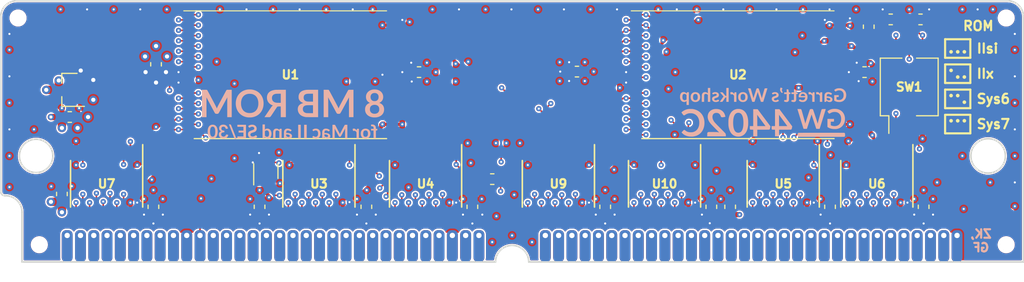
<source format=kicad_pcb>
(kicad_pcb (version 20211014) (generator pcbnew)
  (title_block (title "GW4402C") (date "2022-02-05") (rev "1.0") (company "Garrett's Workshop"))
  (layers (0 "F.Cu" signal) (1 "In1.Cu" power) (2 "In2.Cu" signal) (31 "B.Cu" power) (34 "B.Paste" user) (35 "F.Paste" user) (36 "B.SilkS" user "B.Silkscreen") (37 "F.SilkS" user "F.Silkscreen") (38 "B.Mask" user) (39 "F.Mask" user) (44 "Edge.Cuts" user))
  (net 0 "")
  (net 1 "+5V")
  (net 2 "/D0")
  (net 3 "/D1")
  (net 4 "/~{WE}")
  (net 5 "/D2")
  (net 6 "/D3")
  (net 7 "GND")
  (net 8 "/D4")
  (net 9 "/D5")
  (net 10 "/D6")
  (net 11 "/A11")
  (net 12 "/D7")
  (net 13 "/A0")
  (net 14 "/A1")
  (net 15 "/A2")
  (net 16 "/A3")
  (net 17 "/A4")
  (net 18 "/A5")
  (net 19 "/A6")
  (net 20 "/A7")
  (net 21 "/~{CS}")
  (net 22 "/~{OE}")
  (net 23 "/D8")
  (net 24 "/D9")
  (net 25 "/D10")
  (net 26 "/D11")
  (net 27 "/D12")
  (net 28 "/D13")
  (net 29 "/D14")
  (net 30 "/D15")
  (net 31 "/A8")
  (net 32 "/A9")
  (net 33 "/A10")
  (net 34 "/A12")
  (net 35 "/A13")
  (net 36 "/A14")
  (net 37 "/A15")
  (net 38 "/A16")
  (net 39 "/A17")
  (net 40 "/A18")
  (net 41 "/A19")
  (net 42 "/A20")
  (net 43 "/A21")
  (net 44 "/A22")
  (net 45 "/D16")
  (net 46 "/D17")
  (net 47 "/D18")
  (net 48 "/D19")
  (net 49 "/D20")
  (net 50 "/D21")
  (net 51 "/D22")
  (net 52 "/D23")
  (net 53 "/D24")
  (net 54 "/D25")
  (net 55 "/D26")
  (net 56 "/D27")
  (net 57 "/D28")
  (net 58 "/D29")
  (net 59 "/D30")
  (net 60 "/D31")
  (net 61 "+3V3")
  (net 62 "/RD7")
  (net 63 "/RD6")
  (net 64 "/RD5")
  (net 65 "/RD4")
  (net 66 "/RD3")
  (net 67 "/RD2")
  (net 68 "/RD1")
  (net 69 "/RD0")
  (net 70 "/RD8")
  (net 71 "/RD9")
  (net 72 "/RD10")
  (net 73 "/RD11")
  (net 74 "/RD12")
  (net 75 "/RD13")
  (net 76 "/RD14")
  (net 77 "/RD15")
  (net 78 "/RD23")
  (net 79 "/RD22")
  (net 80 "/RD21")
  (net 81 "/RD20")
  (net 82 "/RD19")
  (net 83 "/RD18")
  (net 84 "/RD17")
  (net 85 "/RD16")
  (net 86 "/RD24")
  (net 87 "/RD25")
  (net 88 "/RD26")
  (net 89 "/RD27")
  (net 90 "/RD28")
  (net 91 "/RD29")
  (net 92 "/RD30")
  (net 93 "/RD31")
  (net 94 "/RA7")
  (net 95 "/RA6")
  (net 96 "/RA5")
  (net 97 "/RA4")
  (net 98 "/RA3")
  (net 99 "/RA2")
  (net 100 "/R~{CS}")
  (net 101 "/R~{OE}")
  (net 102 "/R~{WE}")
  (net 103 "/RA8")
  (net 104 "/RA9")
  (net 105 "/RA17")
  (net 106 "/RA16")
  (net 107 "/RA15")
  (net 108 "/RA14")
  (net 109 "/RA13")
  (net 110 "/RA12")
  (net 111 "/RA11")
  (net 112 "/RA10")
  (net 113 "/RA18")
  (net 114 "/RA19")
  (net 115 "/RA20")
  (net 116 "/RA21")
  (net 117 "/RA22")
  (net 121 "/RA23")
  (net 122 "/Ddir")
  (net 123 "/DdirR")
  (net 124 "/RA22sw")
  (net 125 "/RA21sw")
  (footprint "stdpads:Fiducial" (layer "F.Cu") (at 75.438 123.444)
    (fp_text reference "FID2" hide)
    (fp_text value "Fiducial" hide)
  )
  (footprint "stdpads:C_0603" (layer "F.Cu") (at 154.35 109.45)
    (fp_text reference "C5")
    (fp_text value "2u2")
  )
  (footprint "stdpads:C_0603" (layer "F.Cu") (at 96.5 122.35 90)
    (fp_text reference "C7")
    (fp_text value "2u2")
  )
  (footprint "stdpads:C_0603" (layer "F.Cu") (at 116.85 122.35 90)
    (fp_text reference "C9")
    (fp_text value "2u2")
  )
  (footprint "stdpads:C_0603" (layer "F.Cu") (at 139.7 122.35 90)
    (fp_text reference "C11")
    (fp_text value "2u2")
  )
  (footprint "stdpads:C_0603" (layer "F.Cu") (at 151.05 122.35 90)
    (fp_text reference "C12")
    (fp_text value "2u2")
  )
  (footprint "stdpads:C_0603" (layer "F.Cu") (at 160 122.35 90)
    (fp_text reference "C13")
    (fp_text value "2u2")
  )
  (footprint "stdpads:TSSOP-20_4.4x6.5mm_P0.65mm" (layer "F.Cu") (at 112.375 120.15 180)
    (fp_text reference "U4")
    (fp_text value "74AHC245")
  )
  (footprint "stdpads:TSSOP-20_4.4x6.5mm_P0.65mm" (layer "F.Cu") (at 146.575 120.15 180)
    (fp_text reference "U5")
    (fp_text value "74AHC245")
  )
  (footprint "stdpads:MacIIROMSIMM_Edge" (layer "F.Cu") (at 120.65 127.635)
    (fp_text reference "J1" hide)
    (fp_text value "ROM")
  )
  (footprint "stdpads:TSSOP-20_4.4x6.5mm_P0.65mm" (layer "F.Cu") (at 135.225 120.15 180)
    (fp_text reference "U10")
    (fp_text value "74AHC245")
  )
  (footprint "stdpads:TSSOP-20_4.4x6.5mm_P0.65mm" (layer "F.Cu") (at 155.525 120.15 180)
    (fp_text reference "U6")
    (fp_text value "74AHC245")
  )
  (footprint "stdpads:C_0603" (layer "F.Cu") (at 111.75 109.45)
    (fp_text reference "C4")
    (fp_text value "2u2")
  )
  (footprint "stdpads:TSOP-I-48_18.4x12mm_P0.5mm" (layer "F.Cu") (at 99.45 109.7 -90)
    (fp_text reference "U1")
    (fp_text value "MX29LV640")
  )
  (footprint "stdpads:TSSOP-20_4.4x6.5mm_P0.65mm" (layer "F.Cu") (at 102.175 120.15 180)
    (fp_text reference "U3")
    (fp_text value "74AHC245")
  )
  (footprint "stdpads:C_0603" (layer "F.Cu") (at 78.35 113.75)
    (fp_text reference "C3")
    (fp_text value "2u2")
  )
  (footprint "stdpads:TSOP-I-48_18.4x12mm_P0.5mm" (layer "F.Cu") (at 142.24 109.7 -90)
    (fp_text reference "U2")
    (fp_text value "MX29LV640")
  )
  (footprint "stdpads:C_0603" (layer "F.Cu") (at 86.35 122.35 90)
    (fp_text reference "C6")
    (fp_text value "2u2")
  )
  (footprint "stdpads:TSSOP-20_4.4x6.5mm_P0.65mm" (layer "F.Cu") (at 81.875 120.15 180)
    (fp_text reference "U7")
    (fp_text value "74AHC245")
  )
  (footprint "stdpads:C_0603" (layer "F.Cu") (at 106.7135 122.35 90)
    (fp_text reference "C8")
    (fp_text value "2u2")
  )
  (footprint "stdpads:TSSOP-20_4.4x6.5mm_P0.65mm" (layer "F.Cu") (at 125.075 120.15 180)
    (fp_text reference "U9")
    (fp_text value "74AHC245")
  )
  (footprint "stdpads:C_0603" (layer "F.Cu") (at 129.55 122.35 90)
    (fp_text reference "C10")
    (fp_text value "2u2")
  )
  (footprint "stdpads:C_0603" (layer "F.Cu") (at 141.5 122.35 90)
    (fp_text reference "C2")
    (fp_text value "2u2")
  )
  (footprint "stdpads:C_0603" (layer "F.Cu") (at 86.6 108.7 90)
    (fp_text reference "C14")
    (fp_text value "2u2")
  )
  (footprint "stdpads:Fiducial" (layer "F.Cu") (at 167.894 123.444)
    (fp_text reference "FID3" hide)
    (fp_text value "Fiducial" hide)
  )
  (footprint "stdpads:Fiducial" (layer "F.Cu") (at 162.433 104.267)
    (fp_text reference "FID4" hide)
    (fp_text value "Fiducial" hide)
  )
  (footprint "stdpads:Fiducial" (layer "F.Cu") (at 75.946 104.267)
    (fp_text reference "FID1" hide)
    (fp_text value "Fiducial" hide)
  )
  (footprint "stdpads:C_0603" (layer "F.Cu") (at 126.85 109.4)
    (fp_text reference "C15")
    (fp_text value "2u2")
  )
  (footprint "stdpads:C_0603" (layer "F.Cu") (at 77.6 121.123 90)
    (fp_text reference "C1")
    (fp_text value "2u2")
  )
  (footprint "stdpads:SOT-353" (layer "F.Cu") (at 97.1 118.95 -90)
    (fp_text reference "U12")
    (fp_text value "74LVC1G02GW")
  )
  (footprint "stdpads:R_0603" (layer "F.Cu") (at 156.85 104.4 180)
    (fp_text reference "R1")
    (fp_text value "3k3")
  )
  (footprint "stdpads:R_0603" (layer "F.Cu") (at 154.75 105.1 90)
    (fp_text reference "R4")
    (fp_text value "3k3")
  )
  (footprint "stdpads:R_0603" (layer "F.Cu") (at 118.75 119.7 180)
    (fp_text reference "R3")
    (fp_text value "100")
  )
  (footprint "stdpads:SOT-23" (layer "F.Cu") (at 78.35 111.15)
    (fp_text reference "U11")
    (fp_text value "XC6206P332MR")
  )
  (footprint "stdpads:PasteHole_1.152mm_NPTH" (layer "F.Cu") (at 73.406 104.267)
    (fp_text reference "H1")
    (fp_text value " " hide)
  )
  (footprint "stdpads:PasteHole_1.152mm_NPTH" (layer "F.Cu") (at 75.438 125.984)
    (fp_text reference "H2")
    (fp_text value " " hide)
  )
  (footprint "stdpads:PasteHole_1.152mm_NPTH" (layer "F.Cu") (at 167.894 125.984)
    (fp_text reference "H3")
    (fp_text value " " hide)
  )
  (footprint "stdpads:PasteHole_1.152mm_NPTH" (layer "F.Cu") (at 167.894 104.267)
    (fp_text reference "H4")
    (fp_text value " " hide)
  )
  (footprint "stdpads:R_0603" (layer "F.Cu") (at 159.7 104.4)
    (fp_text reference "R2")
    (fp_text value "3k3")
  )
  (footprint "stdpads:SW_DIP_SPSTx03_Slide_DSHP03TS_P1.27mm" (layer "F.Cu") (at 158.623 110.871)
    (fp_text reference "SW1")
    (fp_text value "ROM Sel.")
  )
  (footprint "LOGO" (layer "B.Cu") (at 99.637802 113.382425 180)
    (fp_text reference "G***" hide)
    (fp_text value "LOGO" hide)
  )
  (footprint "LOGO" (layer "B.Cu") (at 144.654119 113.5 180)
    (fp_text reference "G***" hide)
    (fp_text value "LOGO" hide)
  )
  (gr_line (start 162.6234 111.6965) (end 162.6235 111.6965) (layer "F.SilkS") (width 0.35))
  (gr_line (start 164.465 106.299) (end 162.052 106.299) (layer "F.SilkS") (width 0.2032))
  (gr_line (start 163.89355 107.5055) (end 163.89365 107.5055) (layer "F.SilkS") (width 0.35))
  (gr_line (start 163.2584 107.5055) (end 163.2585 107.5055) (layer "F.SilkS") (width 0.35))
  (gr_line (start 162.052 108.077) (end 162.052 106.299) (layer "F.SilkS") (width 0.2032))
  (gr_line (start 164.465 108.077) (end 164.465 106.299) (layer "F.SilkS") (width 0.2032))
  (gr_line (start 162.052 108.077) (end 164.465 108.077) (layer "F.SilkS") (width 0.2032))
  (gr_line (start 162.052 112.903) (end 162.052 111.125) (layer "F.SilkS") (width 0.2032))
  (gr_line (start 164.465 112.903) (end 164.465 111.125) (layer "F.SilkS") (width 0.2032))
  (gr_line (start 163.2584 111.6965) (end 163.2585 111.6965) (layer "F.SilkS") (width 0.35))
  (gr_line (start 163.89355 112.3315) (end 163.89365 112.3315) (layer "F.SilkS") (width 0.35))
  (gr_line (start 164.465 111.125) (end 162.052 111.125) (layer "F.SilkS") (width 0.2032))
  (gr_line (start 162.052 112.903) (end 164.465 112.903) (layer "F.SilkS") (width 0.2032))
  (gr_line (start 164.465 113.538) (end 162.052 113.538) (layer "F.SilkS") (width 0.2032))
  (gr_line (start 164.465 115.316) (end 164.465 113.538) (layer "F.SilkS") (width 0.2032))
  (gr_line (start 163.2584 114.1095) (end 163.2585 114.1095) (layer "F.SilkS") (width 0.35))
  (gr_line (start 163.89355 114.1095) (end 163.89365 114.1095) (layer "F.SilkS") (width 0.35))
  (gr_line (start 162.052 115.316) (end 162.052 113.538) (layer "F.SilkS") (width 0.2032))
  (gr_line (start 162.052 115.316) (end 164.465 115.316) (layer "F.SilkS") (width 0.2032))
  (gr_line (start 162.62355 114.1095) (end 162.62365 114.1095) (layer "F.SilkS") (width 0.35))
  (gr_line (start 162.6234 107.5055) (end 162.6235 107.5055) (layer "F.SilkS") (width 0.35))
  (gr_line (start 164.465 108.712) (end 162.052 108.712) (layer "F.SilkS") (width 0.2032))
  (gr_line (start 163.89355 109.9185) (end 163.89365 109.9185) (layer "F.SilkS") (width 0.35))
  (gr_line (start 164.465 110.49) (end 164.465 108.712) (layer "F.SilkS") (width 0.2032))
  (gr_line (start 162.052 110.49) (end 164.465 110.49) (layer "F.SilkS") (width 0.2032))
  (gr_line (start 163.2584 109.9185) (end 163.2585 109.9185) (layer "F.SilkS") (width 0.35))
  (gr_line (start 162.052 110.49) (end 162.052 108.712) (layer "F.SilkS") (width 0.2032))
  (gr_line (start 162.6234 109.2835) (end 162.6235 109.2835) (layer "F.SilkS") (width 0.35))
  (gr_arc (start 119.0625 127.635) (mid 120.65 126.0475) (end 122.2375 127.635) (layer "Edge.Cuts") (width 0.15))
  (gr_arc (start 72.1995 121.285) (mid 73.322032 121.749968) (end 73.787 122.8725) (layer "Edge.Cuts") (width 0.15))
  (gr_line (start 71.755 120.904) (end 71.755 104.14) (layer "Edge.Cuts") (width 0.15))
  (gr_line (start 169.545 127.635) (end 169.545 104.14) (layer "Edge.Cuts") (width 0.15))
  (gr_line (start 122.2375 127.635) (end 169.545 127.635) (layer "Edge.Cuts") (width 0.15))
  (gr_line (start 73.787 127.635) (end 119.0625 127.635) (layer "Edge.Cuts") (width 0.15))
  (gr_line (start 73.787 122.8725) (end 73.787 127.635) (layer "Edge.Cuts") (width 0.15))
  (gr_line (start 72.136 121.285) (end 72.1995 121.285) (layer "Edge.Cuts") (width 0.15))
  (gr_line (start 73.279 102.616) (end 168.021 102.616) (layer "Edge.Cuts") (width 0.15))
  (gr_circle (center 166.1668 117.475) (end 167.8178 117.475) (layer "Edge.Cuts") (width 0.15) (fill none))
  (gr_circle (center 75.1332 117.475) (end 76.7332 117.475) (layer "Edge.Cuts") (width 0.15) (fill none))
  (gr_arc (start 71.755 104.14) (mid 72.201369 103.062369) (end 73.279 102.616) (layer "Edge.Cuts") (width 0.15))
  (gr_arc (start 72.136 121.285) (mid 71.866592 121.173408) (end 71.755 120.904) (layer "Edge.Cuts") (width 0.15))
  (gr_arc (start 168.021 102.616) (mid 169.098631 103.062369) (end 169.545 104.14) (layer "Edge.Cuts") (width 0.15))
  (gr_text "ZK,\nGF" (at 165.481 125.603) (layer "B.SilkS") (effects (font (size 0.8128 0.8128) (thickness 0.2032)) (justify mirror)))
  (gr_text "IIsi" (at 164.973 107.188) (layer "F.SilkS") (effects (font (size 0.9 0.9) (thickness 0.2032)) (justify left)))
  (gr_text "ROM" (at 165.227 105.029) (layer "F.SilkS") (effects (font (size 0.9 0.9) (thickness 0.2032))))
  (gr_text "Sys6" (at 164.973 112.014) (layer "F.SilkS") (effects (font (size 0.9 0.9) (thickness 0.2032)) (justify left)))
  (gr_text "Sys7" (at 164.973 114.427) (layer "F.SilkS") (effects (font (size 0.9 0.9) (thickness 0.2032)) (justify left)))
  (gr_text "IIx" (at 164.973 109.601) (layer "F.SilkS") (effects (font (size 0.9 0.9) (thickness 0.2032)) (justify left)))
  (segment (start 77.3 111.15) (end 77.3 112.6) (width 0.6) (layer "F.Cu") (net 1))
  (segment (start 77.6 121.873) (end 76.55 121.873) (width 0.8) (layer "F.Cu") (net 1))
  (segment (start 77.6 113.75) (end 76.55 113.75) (width 0.6) (layer "F.Cu") (net 1))
  (segment (start 77.6 113.75) (end 77.6 114.8) (width 0.8) (layer "F.Cu") (net 1))
  (segment (start 77.6 121.873) (end 77.6 122.873) (width 0.8) (layer "F.Cu") (net 1))
  (segment (start 77.3 112.6) (end 77.6 112.9) (width 0.6) (layer "F.Cu") (net 1))
  (segment (start 77.6 113.75) (end 77.6 112.9) (width 0.5) (layer "F.Cu") (net 1))
  (segment (start 77.3 111.15) (end 77.3 110.25) (width 0.8) (layer "F.Cu") (net 1))
  (segment (start 141.5 123.1) (end 142.4 123.1) (width 0.5) (layer "F.Cu") (net 1))
  (segment (start 77.3 111.15) (end 76.1 111.15) (width 0.8) (layer "F.Cu") (net 1))
  (via (at 76.1 111.15) (size 0.8) (drill 0.4) (layers "F.Cu" "B.Cu") (net 1))
  (via (at 77.3 110.25) (size 0.8) (drill 0.4) (layers "F.Cu" "B.Cu") (net 1))
  (via (at 77.6 114.8) (size 0.8) (drill 0.4) (layers "F.Cu" "B.Cu") (net 1))
  (via (at 76.55 113.75) (size 0.6) (drill 0.3) (layers "F.Cu" "B.Cu") (net 1))
  (via (at 142.4 123.1) (size 0.5) (drill 0.2) (layers "F.Cu" "B.Cu") (net 1))
  (via (at 77.6 112.9) (size 0.5) (drill 0.2) (layers "F.Cu" "B.Cu") (net 1))
  (via (at 77.6 122.873) (size 0.8) (drill 0.4) (layers "F.Cu" "B.Cu") (net 1))
  (via (at 76.55 121.873) (size 0.8) (drill 0.4) (layers "F.Cu" "B.Cu") (net 1))
  (segment (start 99.25 123.1) (end 99.25 121.95) (width 0.15) (layer "F.Cu") (net 2))
  (via (at 99.25 121.95) (size 0.5) (drill 0.2) (layers "F.Cu" "B.Cu") (net 2))
  (segment (start 99.9 123.1) (end 99.9 121.15) (width 0.15) (layer "F.Cu") (net 3))
  (via (at 99.9 121.15) (size 0.5) (drill 0.2) (layers "F.Cu" "B.Cu") (net 3))
  (segment (start 122.15 121.95) (end 122.15 123.1) (width 0.15) (layer "F.Cu") (net 4))
  (via (at 122.15 121.95) (size 0.5) (drill 0.2) (layers "F.Cu" "B.Cu") (net 4))
  (segment (start 100.55 123.1) (end 100.55 121.95) (width 0.15) (layer "F.Cu") (net 5))
  (via (at 100.55 121.95) (size 0.5) (drill 0.2) (layers "F.Cu" "B.Cu") (net 5))
  (segment (start 101.2 123.1) (end 101.2 121.15) (width 0.15) (layer "F.Cu") (net 6))
  (via (at 101.2 121.15) (size 0.5) (drill 0.2) (layers "F.Cu" "B.Cu") (net 6))
  (segment (start 84.15 123.1) (end 84.15 121.95) (width 0.4) (layer "F.Cu") (net 7))
  (segment (start 78.95 117.2) (end 78.95 118.35) (width 0.4) (layer "F.Cu") (net 7))
  (segment (start 86.35 121.6) (end 85.45 121.6) (width 0.5) (layer "F.Cu") (net 7))
  (segment (start 84.8 117.2) (end 84.8 118.35) (width 0.4) (layer "F.Cu") (net 7))
  (segment (start 122.15 117.2) (end 122.15 118.35) (width 0.4) (layer "F.Cu") (net 7))
  (segment (start 128 117.2) (end 128 118.35) (width 0.4) (layer "F.Cu") (net 7))
  (segment (start 104.45 123.1) (end 104.45 124) (width 0.4) (layer "F.Cu") (net 7))
  (segment (start 152.9 104.95) (end 152.95 105) (width 0.3) (layer "F.Cu") (net 7))
  (segment (start 152.6 117.2) (end 152.6 116.25) (width 0.4) (layer "F.Cu") (net 7))
  (segment (start 97.25 121.6) (end 97.4 121.45) (width 0.5) (layer "F.Cu") (net 7))
  (segment (start 132.3 117.2) (end 132.3 118.35) (width 0.4) (layer "F.Cu") (net 7))
  (segment (start 151 104.95) (end 151.99 104.95) (width 0.25) (layer "F.Cu") (net 7))
  (segment (start 109.45 117.2) (end 109.45 116.3) (width 0.4) (layer "F.Cu") (net 7))
  (segment (start 141.5 121.6) (end 141.5 120.75) (width 0.5) (layer "F.Cu") (net 7))
  (segment (start 137.5 123.1) (end 137.5 121.95) (width 0.4) (layer "F.Cu") (net 7))
  (segment (start 109.2 114.45) (end 108.25 114.45) (width 0.3) (layer "F.Cu") (net 7))
  (segment (start 143.65 116.05) (end 143.65 117.2) (width 0.4) (layer "F.Cu") (net 7))
  (segment (start 112.5 109.45) (end 113.35 109.45) (width 0.5) (layer "F.Cu") (net 7))
  (segment (start 151.05 121.6) (end 150.15 121.6) (width 0.5) (layer "F.Cu") (net 7))
  (segment (start 157.8 123.1) (end 157.8 124) (width 0.4) (layer "F.Cu") (net 7))
  (segment (start 155.1 109.45) (end 155.1 108.75) (width 0.5) (layer "F.Cu") (net 7))
  (segment (start 99.25 118.25) (end 99.25 117.2) (width 0.4) (layer "F.Cu") (net 7))
  (segment (start 109.2 114.45) (end 110.15 114.45) (width 0.3) (layer "F.Cu") (net 7))
  (segment (start 139.7 121.6) (end 139.7 120.75) (width 0.5) (layer "F.Cu") (net 7))
  (segment (start 138.15 117.2) (end 138.15 118.35) (width 0.4) (layer "F.Cu") (net 7))
  (segment (start 79.1 113.05) (end 79.25 112.9) (width 0.5) (layer "F.Cu") (net 7))
  (segment (start 86.6 107.95) (end 85.55 107.95) (width 0.8) (layer "F.Cu") (net 7))
  (segment (start 160 121.6) (end 159.1 121.6) (width 0.5) (layer "F.Cu") (net 7))
  (segment (start 127.6 109.4) (end 127.6 108.5) (width 0.5) (layer "F.Cu") (net 7))
  (segment (start 97.75 119.8) (end 98.15 119.8) (width 0.4) (layer "F.Cu") (net 7))
  (segment (start 86.35 121.6) (end 87.25 121.6) (width 0.5) (layer "F.Cu") (net 7))
  (segment (start 152.6 117.2) (end 152.6 118.35) (width 0.4) (layer "F.Cu") (net 7))
  (segment (start 128 117.2) (end 128 116.3) (width 0.4) (layer "F.Cu") (net 7))
  (segment (start 148.85 123.1) (end 148.85 121.95) (width 0.4) (layer "F.Cu") (net 7))
  (segment (start 109.45 117.2) (end 109.05 117.2) (width 0.4) (layer "F.Cu") (net 7))
  (segment (start 138.15 117.2) (end 138.15 116.3) (width 0.4) (layer "F.Cu") (net 7))
  (segment (start 155.1 108.75) (end 154.95 108.6) (width 0.5) (layer "F.Cu") (net 7))
  (segment (start 139.7 121.6) (end 138.8 121.6) (width 0.5) (layer "F.Cu") (net 7))
  (segment (start 96.5 121.6) (end 95.6 121.6) (width 0.5) (layer "F.Cu") (net 7))
  (segment (start 152.6 117.2) (end 152.2 117.2) (width 0.4) (layer "F.Cu") (net 7))
  (segment (start 137.5 123.1) (end 137.5 124) (width 0.4) (layer "F.Cu") (net 7))
  (segment (start 128 117.2) (end 128.4 117.2) (width 0.4) (layer "F.Cu") (net 7))
  (segment (start 139.7 121.6) (end 140.6 121.6) (width 0.5) (layer "F.Cu") (net 7))
  (segment (start 84.8 117.2) (end 85.2 117.2) (width 0.4) (layer "F.Cu") (net 7))
  (segment (start 148.85 123.1) (end 148.85 124) (width 0.4) (layer "F.Cu") (net 7))
  (segment (start 78.95 117.2) (end 78.95 116.05) (width 0.4) (layer "F.Cu") (net 7))
  (segment (start 132.3 117.2) (end 131.9 117.2) (width 0.4) (layer "F.Cu") (net 7))
  (segment (start 99.25 117.2) (end 99.2 117.15) (width 0.4) (layer "F.Cu") (net 7))
  (segment (start 116.85 121.6) (end 117.75 121.6) (width 0.5) (layer "F.Cu") (net 7))
  (segment (start 157.8 123.1) (end 157.8 121.95) (width 0.4) (layer "F.Cu") (net 7))
  (segment (start 114.65 123.1) (end 114.65 121.95) (width 0.4) (layer "F.Cu") (net 7))
  (segment (start 104.45 123.1) (end 104.45 121.95) (width 0.4) (layer "F.Cu") (net 7))
  (segment (start 77.6 120.373) (end 78.55 120.373) (width 0.5) (layer "F.Cu") (net 7))
  (segment (start 76.604 120.373) (end 76.581 120.396) (width 0.5) (layer "F.Cu") (net 7))
  (segment (start 98.15 119.8) (end 98.45 120.1) (width 0.4) (layer "F.Cu") (net 7))
  (segment (start 143.65 117.2) (end 143.65 118.35) (width 0.4) (layer "F.Cu") (net 7))
  (segment (start 99.35 118.35) (end 99.25 118.25) (width 0.4) (layer "F.Cu") (net 7))
  (segment (start 127.6 109.4) (end 127.6 110.3) (width 0.5) (layer "F.Cu") (net 7))
  (segment (start 96.5 121.6) (end 97.25 121.6) (width 0.5) (layer "F.Cu") (net 7))
  (segment (start 96.5 121.6) (end 96.5 120.75) (width 0.5) (layer "F.Cu") (net 7))
  (segment (start 127.35 123.1) (end 127.35 121.95) (width 0.4) (layer "F.Cu") (net 7))
  (segment (start 84.15 123.1) (end 84.15 124) (width 0.4) (layer "F.Cu") (net 7))
  (segment (start 112.5 109.45) (end 112.5 110.35) (width 0.5) (layer "F.Cu") (net 7))
  (segment (start 143.65 117.2) (end 143.25 117.2) (width 0.4) (layer "F.Cu") (net 7))
  (segment (start 106.7135 120.7865) (end 106.75 120.75) (width 0.5) (layer "F.Cu") (net 7))
  (segment (start 127.6 109.4) (end 128.45 109.4) (width 0.5) (layer "F.Cu") (net 7))
  (segment (start 106.7135 121.6) (end 105.8135 121.6) (width 0.5) (layer "F.Cu") (net 7))
  (segment (start 79.1 113.75) (end 80.1 113.75) (width 0.8) (layer "F.Cu") (net 7))
  (segment (start 86.6 107.95) (end 87.65 107.95) (width 0.8) (layer "F.Cu") (net 7))
  (segment (start 86.6 107.95) (end 86.6 106.95) (width 0.8) (layer "F.Cu") (net 7))
  (segment (start 138.15 117.2) (end 138.55 117.2) (width 0.4) (layer "F.Cu") (net 7))
  (segment (start 79.4 112.1) (end 80.6 112.1) (width 0.8) (layer "F.Cu") (net 7))
  (segment (start 79.4 112.1) (end 79.4 112.75) (width 0.5) (layer "F.Cu") (net 7))
  (segment (start 160 121.6) (end 160 120.75) (width 0.5) (layer "F.Cu") (net 7))
  (segment (start 160 121.6) (end 160.9 121.6) (width 0.5) (layer "F.Cu") (net 7))
  (segment (start 112.5 109.45) (end 112.5 108.55) (width 0.5) (layer "F.Cu") (net 7))
  (segment (start 99.2 117.15) (end 98.35 117.15) (width 0.4) (layer "F.Cu") (net 7))
  (segment (start 151.99 104.95) (end 152.9 104.95) (width 0.3) (layer "F.Cu") (net 7))
  (segment (start 122.15 117.2) (end 121.75 117.2) (width 0.4) (layer "F.Cu") (net 7))
  (segment (start 109.2 104.95) (end 108.25 104.95) (width 0.3) (layer "F.Cu") (net 7))
  (segment (start 159.893 114.681) (end 159.893 115.824) (width 0.5) (layer "F.Cu") (net 7))
  (segment (start 141.5 121.6) (end 140.6 121.6) (width 0.5) (layer "F.Cu") (net 7))
  (segment (start 109.45 117.2) (end 109.45 118.35) (width 0.4) (layer "F.Cu") (net 7))
  (segment (start 132.3 117.2) (end 132.3 116.3) (width 0.4) (layer "F.Cu") (net 7))
  (segment (start 151.99 114.45) (end 152.95 114.45) (width 0.15) (layer "F.Cu") (net 7))
  (segment (start 79.4 112.75) (end 79.25 112.9) (width 0.5) (layer "F.Cu") (net 7))
  (segment (start 155.1 109.45) (end 155.1 110.35) (width 0.5) (layer "F.Cu") (net 7))
  (segment (start 78.95 117.2) (end 78.55 117.2) (width 0.4) (layer "F.Cu") (net 7))
  (segment (start 114.65 123.1) (end 114.65 124) (width 0.4) (layer "F.Cu") (net 7))
  (segment (start 116.85 121.6) (end 115.95 121.6) (width 0.5) (layer "F.Cu") (net 7))
  (segment (start 79.1 113.75) (end 79.1 113.05) (width 0.5) (layer "F.Cu") (net 7))
  (segment (start 129.55 121.6) (end 128.65 121.6) (width 0.5) (layer "F.Cu") (net 7))
  (segment (start 106.7135 121.6) (end 106.7135 120.7865) (width 0.5) (layer "F.Cu") (net 7))
  (segment (start 79.1 113.75) (end 79.1 114.8) (width 0.8) (layer "F.Cu") (net 7))
  (segment (start 122.15 117.2) (end 122.15 116.3) (width 0.4) (layer "F.Cu") (net 7))
  (segment (start 77.6 120.373) (end 76.604 120.373) (width 0.5) (layer "F.Cu") (net 7))
  (segment (start 152.6 116.25) (end 152.8 116.05) (width 0.4) (layer "F.Cu") (net 7))
  (segment (start 86.35 121.6) (end 86.35 120.75) (width 0.5) (layer "F.Cu") (net 7))
  (segment (start 129.55 121.6) (end 129.55 120.75) (width 0.5) (layer "F.Cu") (net 7))
  (segment (start 127.35 123.1) (end 127.35 124) (width 0.4) (layer "F.Cu") (net 7))
  (segment (start 129.55 121.6) (end 130.45 121.6) (width 0.5) (layer "F.Cu") (net 7))
  (via (at 77.47 103.4415) (size 0.508) (drill 0.2) (layers "F.Cu" "B.Cu") (net 7))
  (via (at 72.5805 107.315) (size 0.508) (drill 0.2) (layers "F.Cu" "B.Cu") (net 7))
  (via (at 72.5805 112.395) (size 0.508) (drill 0.2) (layers "F.Cu" "B.Cu") (net 7))
  (via (at 72.5805 117.475) (size 0.508) (drill 0.2) (layers "F.Cu" "B.Cu") (net 7))
  (via (at 72.5805 120.4595) (size 0.508) (drill 0.2) (layers "F.Cu" "B.Cu") (net 7))
  (via (at 168.7195 107.315) (size 0.508) (drill 0.2) (layers "F.Cu" "B.Cu") (net 7))
  (via (at 168.7195 112.395) (size 0.508) (drill 0.2) (layers "F.Cu" "B.Cu") (net 7))
  (via (at 168.7195 117.475) (size 0.508) (drill 0.2) (layers "F.Cu" "B.Cu") (net 7))
  (via (at 168.7195 122.301) (size 0.508) (drill 0.2) (layers "F.Cu" "B.Cu") (net 7))
  (via (at 120.65 125.095) (size 0.508) (drill 0.2) (layers "F.Cu" "B.Cu") (net 7))
  (via (at 118.745 125.73) (size 0.508) (drill 0.2) (layers "F.Cu" "B.Cu") (net 7))
  (via (at 122.555 125.73) (size 0.508) (drill 0.2) (layers "F.Cu" "B.Cu") (net 7))
  (via (at 74.93 114.935) (size 0.508) (drill 0.2) (layers "F.Cu" "B.Cu") (net 7))
  (via (at 166.37 120.015) (size 0.508) (drill 0.2) (layers "F.Cu" "B.Cu") (net 7))
  (via (at 76.581 120.396) (size 0.508) (drill 0.2) (layers "F.Cu" "B.Cu") (net 7))
  (via (at 110.75 120.49) (size 0.508) (drill 0.2) (layers "F.Cu" "B.Cu") (net 7))
  (via (at 155.1 115.5) (size 0.5) (drill 0.2) (layers "F.Cu" "B.Cu") (net 7))
  (via (at 143.383 103.4415) (size 0.508) (drill 0.2) (layers "F.Cu" "B.Cu") (net 7))
  (via (at 138.303 103.4415) (size 0.508) (drill 0.2) (layers "F.Cu" "B.Cu") (net 7))
  (via (at 134.62 103.4415) (size 0.508) (drill 0.2) (layers "F.Cu" "B.Cu") (net 7))
  (via (at 82.55 103.4415) (size 0.508) (drill 0.2) (layers "F.Cu" "B.Cu") (net 7))
  (via (at 87.63 103.4415) (size 0.508) (drill 0.2) (layers "F.Cu" "B.Cu") (net 7))
  (via (at 97.79 103.4415) (size 0.508) (drill 0.2) (layers "F.Cu" "B.Cu") (net 7))
  (via (at 92.71 103.4415) (size 0.508) (drill 0.2) (layers "F.Cu" "B.Cu") (net 7))
  (via (at 102.87 103.4415) (size 0.508) (drill 0.2) (layers "F.Cu" "B.Cu") (net 7))
  (via (at 118.11 103.4415) (size 0.508) (drill 0.2) (layers "F.Cu" "B.Cu") (net 7))
  (via (at 113.03 103.4415) (size 0.508) (drill 0.2) (layers "F.Cu" "B.Cu") (net 7))
  (via (at 123.1265 103.4415) (size 0.508) (drill 0.2) (layers "F.Cu" "B.Cu") (net 7))
  (via (at 115.25 108.65) (size 0.508) (drill 0.2) (layers "F.Cu" "B.Cu") (net 7))
  (via (at 115.25 110.35) (size 0.508) (drill 0.2) (layers "F.Cu" "B.Cu") (net 7))
  (via (at 107.55 110.35) (size 0.508) (drill 0.2) (layers "F.Cu" "B.Cu") (net 7))
  (via (at 92.4 108.45) (size 0.508) (drill 0.2) (layers "F.Cu" "B.Cu") (net 7))
  (via (at 94.1 110.55) (size 0.508) (drill 0.2) (layers "F.Cu" "B.Cu") (net 7))
  (via (at 116.45 108.45) (size 0.508) (drill 0.2) (layers "F.Cu" "B.Cu") (net 7))
  (via (at 127.6 108.5) (size 0.508) (drill 0.2) (layers "F.Cu" "B.Cu") (net 7))
  (via (at 127.6 110.3) (size 0.508) (drill 0.2) (layers "F.Cu" "B.Cu") (net 7))
  (via (at 120.1 116.25) (size 0.508) (drill 0.2) (layers "F.Cu" "B.Cu") (net 7))
  (via (at 119.1 116.25) (size 0.508) (drill 0.2) (layers "F.Cu" "B.Cu") (net 7))
  (via (at 135.1 106.4) (size 0.508) (drill 0.2) (layers "F.Cu" "B.Cu") (net 7))
  (via (at 150.5 106.45) (size 0.508) (drill 0.2) (layers "F.Cu" "B.Cu") (net 7))
  (via (at 135.4 107.5) (size 0.508) (drill 0.2) (layers "F.Cu" "B.Cu") (net 7))
  (via (at 104.8 110.35) (size 0.508) (drill 0.2) (layers "F.Cu" "B.Cu") (net 7))
  (via (at 86.6 114.7) (size 0.5) (drill 0.2) (layers "F.Cu" "B.Cu") (net 7))
  (via (at 86.2 119.75) (size 0.5) (drill 0.2) (layers "F.Cu" "B.Cu") (net 7))
  (via (at 140.2 118.9) (size 0.508) (drill 0.2) (layers "F.Cu" "B.Cu") (net 7))
  (via (at 119.15 123.25) (size 0.508) (drill 0.2) (layers "F.Cu" "B.Cu") (net 7))
  (via (at 120.85 121.2) (size 0.508) (drill 0.2) (layers "F.Cu" "B.Cu") (net 7))
  (via (at 161.29 120.015) (size 0.508) (drill 0.2) (layers "F.Cu" "B.Cu") (net 7))
  (via (at 163.703 117.475) (size 0.508) (drill 0.2) (layers "F.Cu" "B.Cu") (net 7))
  (via (at 163.83 122.555) (size 0.508) (drill 0.2) (layers "F.Cu" "B.Cu") (net 7))
  (via (at 136.2 115.45) (size 0.508) (drill 0.2) (layers "F.Cu" "B.Cu") (net 7))
  (via (at 116.4 116.25) (size 0.508) (drill 0.2) (layers "F.Cu" "B.Cu") (net 7))
  (via (at 90.65 110.2) (size 0.508) (drill 0.2) (layers "F.Cu" "B.Cu") (net 7))
  (via (at 78.95 118.35) (size 0.5) (drill 0.2) (layers "F.Cu" "B.Cu") (net 7))
  (via (at 84.15 121.95) (size 0.5) (drill 0.2) (layers "F.Cu" "B.Cu") (net 7))
  (via (at 85.45 121.6) (size 0.5) (drill 0.2) (layers "F.Cu" "B.Cu") (net 7))
  (via (at 84.8 118.35) (size 0.5) (drill 0.2) (layers "F.Cu" "B.Cu") (net 7))
  (via (at 122.15 118.35) (size 0.5) (drill 0.2) (layers "F.Cu" "B.Cu") (net 7))
  (via (at 128 118.35) (size 0.5) (drill 0.2) (layers "F.Cu" "B.Cu") (net 7))
  (via (at 130.95 110.95) (size 0.5) (drill 0.2) (layers "F.Cu" "B.Cu") (net 7))
  (via (at 130.4 118.8) (size 0.5) (drill 0.2) (layers "F.Cu" "B.Cu") (net 7))
  (via (at 107.315 103.4415) (size 0.5) (drill 0.2) (layers "F.Cu" "B.Cu") (net 7))
  (via (at 163.703 103.4415) (size 0.508) (drill 0.2) (layers "F.Cu" "B.Cu") (net 7))
  (via (at 158.623 103.4415) (size 0.508) (drill 0.2) (layers "F.Cu" "B.Cu") (net 7))
  (via (at 153.543 103.4415) (size 0.508) (drill 0.2) (layers "F.Cu" "B.Cu") (net 7))
  (via (at 148.463 103.4415) (size 0.508) (drill 0.2) (layers "F.Cu" "B.Cu") (net 7))
  (via (at 125.2 108.5) (size 0.5) (drill 0.2) (layers "F.Cu" "B.Cu") (net 7))
  (via (at 125.2 110.3) (size 0.5) (drill 0.2) (layers "F.Cu" "B.Cu") (net 7))
  (via (at 108.25 114.45) (size 0.5) (drill 0.2) (layers "F.Cu" "B.Cu") (net 7))
  (via (at 128.143 103.4415) (size 0.508) (drill 0.2) (layers "F.Cu" "B.Cu") (net 7))
  (via (at 153.1 106.95) (size 0.508) (drill 0.2) (layers "F.Cu" "B.Cu") (net 7))
  (via (at 138.45 104.45) (size 0.508) (drill 0.2) (layers "F.Cu" "B.Cu") (net 7))
  (via (at 149.85 116.05) (size 0.5) (drill 0.2) (layers "F.Cu" "B.Cu") (net 7))
  (via (at 149 119.55) (size 0.5) (drill 0.2) (layers "F.Cu" "B.Cu") (net 7))
  (via (at 121.4 116.25) (size 0.508) (drill 0.2) (layers "F.Cu" "B.Cu") (net 7))
  (via (at 116.7 118.15) (size 0.508) (drill 0.2) (layers "F.Cu" "B.Cu") (net 7))
  (via (at 151.1 117.4) (size 0.5) (drill 0.2) (layers "F.Cu" "B.Cu") (net 7))
  (via (at 136.25 109.45) (size 0.508) (drill 0.2) (layers "F.Cu" "B.Cu") (net 7))
  (via (at 147.7 107.55) (size 0.508) (drill 0.2) (layers "F.Cu" "B.Cu") (net 7))
  (via (at 148.4 105.95) (size 0.508) (drill 0.2) (layers "F.Cu" "B.Cu") (net 7))
  (via (at 94.1 117.7) (size 0.5) (drill 0.2) (layers "F.Cu" "B.Cu") (net 7))
  (via (at 90.9 121.55) (size 0.5) (drill 0.2) (layers "F.Cu" "B.Cu") (net 7))
  (via (at 91.9 119.65) (size 0.5) (drill 0.2) (layers "F.Cu" "B.Cu") (net 7))
  (via (at 143.65 116.05) (size 0.5) (drill 0.2) (layers "F.Cu" "B.Cu") (net 7))
  (via (at 150.15 121.6) (size 0.5) (drill 0.2) (layers "F.Cu" "B.Cu") (net 7))
  (via (at 130.45 121.6) (size 0.5) (drill 0.2) (layers "F.Cu" "B.Cu") (net 7))
  (via (at 112.5 108.55) (size 0.5) (drill 0.2) (layers "F.Cu" "B.Cu") (net 7))
  (via (at 79.1 114.8) (size 0.8) (drill 0.4) (layers "F.Cu" "B.Cu") (net 7))
  (via (at 79.25 112.9) (size 0.5) (drill 0.2) (layers "F.Cu" "B.Cu") (net 7))
  (via (at 98.45 120.1) (size 0.5) (drill 0.2) (layers "F.Cu" "B.Cu") (net 7))
  (via (at 95.6 121.6) (size 0.5) (drill 0.2) (layers "F.Cu" "B.Cu") (net 7))
  (via (at 152.6 118.35) (size 0.5) (drill 0.2) (layers "F.Cu" "B.Cu") (net 7))
  (via (at 157.8 121.95) (size 0.5) (drill 0.2) (layers "F.Cu" "B.Cu") (net 7))
  (via (at 87.25 121.6) (size 0.5) (drill 0.2) (layers "F.Cu" "B.Cu") (net 7))
  (via (at 115.95 121.6) (size 0.5) (drill 0.2) (layers "F.Cu" "B.Cu") (net 7))
  (via (at 98.35 117.15) (size 0.5) (drill 0.2) (layers "F.Cu" "B.Cu") (net 7))
  (via (at 96.5 120.75) (size 0.5) (drill 0.2) (layers "F.Cu" "B.Cu") (net 7))
  (via (at 160.9 121.6) (size 0.5) (drill 0.2) (layers "F.Cu" "B.Cu") (net 7))
  (via (at 155.1 110.35) (size 0.5) (drill 0.2) (layers "F.Cu" "B.Cu") (net 7))
  (via (at 109.45 118.35) (size 0.5) (drill 0.2) (layers "F.Cu" "B.Cu") (net 7))
  (via (at 159.893 115.824) (size 0.5) (drill 0.2) (layers "F.Cu" "B.Cu") (net 7))
  (via (at 113.35 109.45) (size 0.5) (drill 0.2) (layers "F.Cu" "B.Cu") (net 7))
  (via (at 148.05 110.95) (size 0.508) (drill 0.2) (layers "F.Cu" "B.Cu") (net 7))
  (via (at 104.45 121.95) (size 0.5) (drill 0.2) (layers "F.Cu" "B.Cu") (net 7))
  (via (at 139.7 120.75) (size 0.5) (drill 0.2) (layers "F.Cu" "B.Cu") (net 7))
  (via (at 141.5 120.75) (size 0.5) (drill 0.2) (layers "F.Cu" "B.Cu") (net 7))
  (via (at 128.45 109.4) (size 0.5) (drill 0.2) (layers "F.Cu" "B.Cu") (net 7))
  (via (at 80.1 113.75) (size 0.8) (drill 0.4) (layers "F.Cu" "B.Cu") (net 7))
  (via (at 78.55 120.373) (size 0.5) (drill 0.2) (layers "F.Cu" "B.Cu") (net 7))
  (via (at 152.8 116.05) (size 0.5) (drill 0.2) (layers "F.Cu" "B.Cu") (net 7))
  (via (at 78.95 116.05) (size 0.5) (drill 0.2) (layers "F.Cu" "B.Cu") (net 7))
  (via (at 154.95 108.6) (size 0.5) (drill 0.2) (layers "F.Cu" "B.Cu") (net 7))
  (via (at 160 120.75) (size 0.5) (drill 0.2) (layers "F.Cu" "B.Cu") (net 7))
  (via (at 151 104.95) (size 0.5) (drill 0.2) (layers "F.Cu" "B.Cu") (net 7))
  (via (at 143.65 118.35) (size 0.5) (drill 0.2) (layers "F.Cu" "B.Cu") (net 7))
  (via (at 110.85 104.65) (size 0.5) (drill 0.2) (layers "F.Cu" "B.Cu") (net 7))
  (via (at 166.624 103.4415) (size 0.508) (drill 0.2) (layers "F.Cu" "B.Cu") (net 7))
  (via (at 129.55 120.75) (size 0.5) (drill 0.2) (layers "F.Cu" "B.Cu") (net 7))
  (via (at 108.25 104.95) (size 0.5) (drill 0.2) (layers "F.Cu" "B.Cu") (net 7))
  (via (at 99.35 118.35) (size 0.5) (drill 0.2) (layers "F.Cu" "B.Cu") (net 7))
  (via (at 97.4 121.45) (size 0.5) (drill 0.2) (layers "F.Cu" "B.Cu") (net 7))
  (via (at 127.35 121.95) (size 0.5) (drill 0.2) (layers "F.Cu" "B.Cu") (net 7))
  (via (at 110.15 114.45) (size 0.5) (drill 0.2) (layers "F.Cu" "B.Cu") (net 7))
  (via (at 114.65 121.95) (size 0.5) (drill 0.2) (layers "F.Cu" "B.Cu") (net 7))
  (via (at 137.5 121.95) (size 0.5) (drill 0.2) (layers "F.Cu" "B.Cu") (net 7))
  (via (at 132.3 118.35) (size 0.5) (drill 0.2) (layers "F.Cu" "B.Cu") (net 7))
  (via (at 138.15 118.35) (size 0.5) (drill 0.2) (layers "F.Cu" "B.Cu") (net 7))
  (via (at 148.85 121.95) (size 0.5) (drill 0.2) (layers "F.Cu" "B.Cu") (net 7))
  (via (at 106.75 120.75) (size 0.5) (drill 0.2) (layers "F.Cu" "B.Cu") (net 7))
  (via (at 105.8135 121.6) (size 0.5) (drill 0.2) (layers "F.Cu" "B.Cu") (net 7))
  (via (at 117.75 121.6) (size 0.5) (drill 0.2) (layers "F.Cu" "B.Cu") (net 7))
  (via (at 86.35 120.75) (size 0.5) (drill 0.2) (layers "F.Cu" "B.Cu") (net 7))
  (via (at 152.95 105) (size 0.5) (drill 0.2) (layers "F.Cu" "B.Cu") (net 7))
  (via (at 87.65 107.95) (size 0.8) (drill 0.4) (layers "F.Cu" "B.Cu") (net 7))
  (via (at 135.6 111.05) (size 0.508) (drill 0.2) (layers "F.Cu" "B.Cu") (net 7))
  (via (at 140.6 121.6) (size 0.5) (drill 0.2) (layers "F.Cu" "B.Cu") (net 7))
  (via (at 85.55 107.95) (size 0.8) (drill 0.4) (layers "F.Cu" "B.Cu") (net 7))
  (via (at 159.1 121.6) (size 0.5) (drill 0.2) (layers "F.Cu" "B.Cu") (net 7))
  (via (at 138.8 121.6) (size 0.5) (drill 0.2) (layers "F.Cu" "B.Cu") (net 7))
  (via (at 86.6 106.95) (size 0.8) (drill 0.4) (layers "F.Cu" "B.Cu") (net 7))
  (via (at 80.6 112.1) (size 0.8) (drill 0.4) (layers "F.Cu" "B.Cu") (net 7))
  (via (at 152.95 114.45) (size 0.5) (drill 0.2) (layers "F.Cu" "B.Cu") (net 7))
  (via (at 112.5 110.35) (size 0.5) (drill 0.2) (layers "F.Cu" "B.Cu") (net 7))
  (via (at 128.65 121.6) (size 0.5) (drill 0.2) (layers "F.Cu" "B.Cu") (net 7))
  (segment (start 101.85 123.1) (end 101.85 121.95) (width 0.15) (layer "F.Cu") (net 8))
  (via (at 101.85 121.95) (size 0.5) (drill 0.2) (layers "F.Cu" "B.Cu") (net 8))
  (segment (start 102.5 123.1) (end 102.5 121.15) (width 0.15) (layer "F.Cu") (net 9))
  (via (at 102.5 121.15) (size 0.5) (drill 0.2) (layers "F.Cu" "B.Cu") (net 9))
  (segment (start 103.15 123.1) (end 103.15 121.95) (width 0.15) (layer "F.Cu") (net 10))
  (via (at 103.15 121.95) (size 0.5) (drill 0.2) (layers "F.Cu" "B.Cu") (net 10))
  (segment (start 124.75 123.1) (end 124.75 121.95) (width 0.15) (layer "F.Cu") (net 11))
  (via (at 124.75 121.95) (size 0.5) (drill 0.2) (layers "F.Cu" "B.Cu") (net 11))
  (segment (start 103.8 123.1) (end 103.8 121.15) (width 0.15) (layer "F.Cu") (net 12))
  (via (at 103.8 121.15) (size 0.5) (drill 0.2) (layers "F.Cu" "B.Cu") (net 12))
  (segment (start 78.95 123.1) (end 78.95 121.95) (width 0.15) (layer "F.Cu") (net 15))
  (via (at 78.95 121.95) (size 0.5) (drill 0.2) (layers "F.Cu" "B.Cu") (net 15))
  (segment (start 79.6 123.1) (end 79.6 121.15) (width 0.15) (layer "F.Cu") (net 16))
  (via (at 79.6 121.15) (size 0.5) (drill 0.2) (layers "F.Cu" "B.Cu") (net 16))
  (segment (start 80.25 123.1) (end 80.25 121.95) (width 0.15) (layer "F.Cu") (net 17))
  (via (at 80.25 121.95) (size 0.5) (drill 0.2) (layers "F.Cu" "B.Cu") (net 17))
  (segment (start 80.9 123.1) (end 80.9 121.05) (width 0.15) (layer "F.Cu") (net 18))
  (via (at 80.9 121.05) (size 0.5) (drill 0.2) (layers "F.Cu" "B.Cu") (net 18))
  (segment (start 81.55 123.1) (end 81.55 121.85) (width 0.15) (layer "F.Cu") (net 19))
  (via (at 81.55 121.85) (size 0.5) (drill 0.2) (layers "F.Cu" "B.Cu") (net 19))
  (segment (start 82.2 123.1) (end 82.2 121.05) (width 0.15) (layer "F.Cu") (net 20))
  (via (at 82.2 121.05) (size 0.5) (drill 0.2) (layers "F.Cu" "B.Cu") (net 20))
  (segment (start 82.85 123.1) (end 82.85 121.95) (width 0.15) (layer "F.Cu") (net 21))
  (segment (start 96.45 119.8) (end 95.084 119.8) (width 0.15) (layer "F.Cu") (net 21))
  (segment (start 95.084 119.8) (end 90.805 124.079) (width 0.15) (layer "F.Cu") (net 21))
  (segment (start 90.805 124.079) (end 90.805 125.095) (width 0.15) (layer "F.Cu") (net 21))
  (via (at 82.85 121.95) (size 0.5) (drill 0.2) (layers "F.Cu" "B.Cu") (net 21))
  (segment (start 83.5 123.1) (end 83.5 121.15) (width 0.15) (layer "F.Cu") (net 22))
  (segment (start 98.4 121.25) (end 97.9 121.25) (width 0.15) (layer "F.Cu") (net 22))
  (segment (start 97.9 121.25) (end 97.1 120.45) (width 0.15) (layer "F.Cu") (net 22))
  (segment (start 97.1 120.45) (end 97.1 119.8) (width 0.15) (layer "F.Cu") (net 22))
  (via (at 98.4 121.25) (size 0.5) (drill 0.2) (layers "F.Cu" "B.Cu") (net 22))
  (via (at 83.5 121.15) (size 0.5) (drill 0.2) (layers "F.Cu" "B.Cu") (net 22))
  (segment (start 109.45 123.1) (end 109.45 121.95) (width 0.15) (layer "F.Cu") (net 23))
  (via (at 109.45 121.95) (size 0.5) (drill 0.2) (layers "F.Cu" "B.Cu") (net 23))
  (segment (start 110.1 123.1) (end 110.1 121.21) (width 0.15) (layer "F.Cu") (net 24))
  (via (at 110.1 121.21) (size 0.5) (drill 0.2) (layers "F.Cu" "B.Cu") (net 24))
  (segment (start 110.75 123.1) (end 110.75 121.95) (width 0.15) (layer "F.Cu") (net 25))
  (via (at 110.75 121.95) (size 0.5) (drill 0.2) (layers "F.Cu" "B.Cu") (net 25))
  (segment (start 111.4 123.1) (end 111.4 121.21) (width 0.15) (layer "F.Cu") (net 26))
  (via (at 111.4 121.21) (size 0.5) (drill 0.2) (layers "F.Cu" "B.Cu") (net 26))
  (segment (start 112.05 123.1) (end 112.05 121.95) (width 0.15) (layer "F.Cu") (net 27))
  (via (at 112.05 121.95) (size 0.5) (drill 0.2) (layers "F.Cu" "B.Cu") (net 27))
  (segment (start 112.7 123.1) (end 112.7 121.15) (width 0.15) (layer "F.Cu") (net 28))
  (via (at 112.7 121.15) (size 0.5) (drill 0.2) (layers "F.Cu" "B.Cu") (net 28))
  (segment (start 113.35 123.1) (end 113.35 121.95) (width 0.15) (layer "F.Cu") (net 29))
  (via (at 113.35 121.95) (size 0.5) (drill 0.2) (layers "F.Cu" "B.Cu") (net 29))
  (segment (start 114 123.1) (end 114 121.15) (width 0.15) (layer "F.Cu") (net 30))
  (via (at 114 121.15) (size 0.5) (drill 0.2) (layers "F.Cu" "B.Cu") (net 30))
  (segment (start 122.8 123.1) (end 122.8 121.15) (width 0.15) (layer "F.Cu") (net 31))
  (via (at 122.8 121.15) (size 0.5) (drill 0.2) (layers "F.Cu" "B.Cu") (net 31))
  (segment (start 123.45 121.95) (end 123.45 123.1) (width 0.15) (layer "F.Cu") (net 32))
  (via (at 123.45 121.95) (size 0.5) (drill 0.2) (layers "F.Cu" "B.Cu") (net 32))
  (segment (start 124.1 123.1) (end 124.1 121.15) (width 0.15) (layer "F.Cu") (net 33))
  (via (at 124.1 121.15) (size 0.5) (drill 0.2) (layers "F.Cu" "B.Cu") (net 33))
  (segment (start 125.4 123.1) (end 125.4 121.2) (width 0.15) (layer "F.Cu") (net 34))
  (via (at 125.4 121.2) (size 0.5) (drill 0.2) (layers "F.Cu" "B.Cu") (net 34))
  (segment (start 126.05 123.1) (end 126.05 121.95) (width 0.15) (layer "F.Cu") (net 35))
  (via (at 126.05 121.95) (size 0.5) (drill 0.2) (layers "F.Cu" "B.Cu") (net 35))
  (segment (start 126.7 123.1) (end 126.7 121.15) (width 0.15) (layer "F.Cu") (net 36))
  (via (at 126.7 121.15) (size 0.5) (drill 0.2) (layers "F.Cu" "B.Cu") (net 36))
  (segment (start 132.3 123.1) (end 132.3 121.95) (width 0.15) (layer "F.Cu") (net 37))
  (via (at 132.3 121.95) (size 0.5) (drill 0.2) (layers "F.Cu" "B.Cu") (net 37))
  (segment (start 132.95 123.1) (end 132.95 121.15) (width 0.15) (layer "F.Cu") (net 38))
  (via (at 132.95 121.15) (size 0.5) (drill 0.2) (layers "F.Cu" "B.Cu") (net 38))
  (segment (start 133.6 123.1) (end 133.6 121.95) (width 0.15) (layer "F.Cu") (net 39))
  (via (at 133.6 121.95) (size 0.5) (drill 0.2) (layers "F.Cu" "B.Cu") (net 39))
  (segment (start 134.25 123.1) (end 134.25 121.15) (width 0.15) (layer "F.Cu") (net 40))
  (via (at 134.25 121.15) (size 0.5) (drill 0.2) (layers "F.Cu" "B.Cu") (net 40))
  (segment (start 134.9 123.1) (end 134.9 121.95) (width 0.15) (layer "F.Cu") (net 41))
  (via (at 134.9 121.95) (size 0.5) (drill 0.2) (layers "F.Cu" "B.Cu") (net 41))
  (segment (start 135.55 123.1) (end 135.55 121.15) (width 0.15) (layer "F.Cu") (net 42))
  (via (at 135.55 121.15) (size 0.5) (drill 0.2) (layers "F.Cu" "B.Cu") (net 42))
  (segment (start 136.2 123.1) (end 136.2 121.95) (width 0.15) (layer "F.Cu") (net 43))
  (via (at 136.2 121.95) (size 0.5) (drill 0.2) (layers "F.Cu" "B.Cu") (net 43))
  (segment (start 136.85 123.1) (end 136.85 121.15) (width 0.15) (layer "F.Cu") (net 44))
  (via (at 136.85 121.15) (size 0.5) (drill 0.2) (layers "F.Cu" "B.Cu") (net 44))
  (segment (start 143.65 123.1) (end 143.65 121.95) (width 0.15) (layer "F.Cu") (net 45))
  (via (at 143.65 121.95) (size 0.5) (drill 0.2) (layers "F.Cu" "B.Cu") (net 45))
  (segment (start 144.3 123.1) (end 144.3 121.15) (width 0.15) (layer "F.Cu") (net 46))
  (via (at 144.3 121.15) (size 0.5) (drill 0.2) (layers "F.Cu" "B.Cu") (net 46))
  (segment (start 144.95 123.1) (end 144.95 121.95) (width 0.15) (layer "F.Cu") (net 47))
  (via (at 144.95 121.95) (size 0.5) (drill 0.2) (layers "F.Cu" "B.Cu") (net 47))
  (segment (start 145.6 123.1) (end 145.6 121.15) (width 0.15) (layer "F.Cu") (net 48))
  (via (at 145.6 121.15) (size 0.5) (drill 0.2) (layers "F.Cu" "B.Cu") (net 48))
  (segment (start 146.25 123.1) (end 146.25 121.95) (width 0.15) (layer "F.Cu") (net 49))
  (via (at 146.25 121.95) (size 0.5) (drill 0.2) (layers "F.Cu" "B.Cu") (net 49))
  (segment (start 146.9 123.1) (end 146.9 121.15) (width 0.15) (layer "F.Cu") (net 50))
  (via (at 146.9 121.15) (size 0.5) (drill 0.2) (layers "F.Cu" "B.Cu") (net 50))
  (segment (start 147.55 123.1) (end 147.55 121.95) (width 0.15) (layer "F.Cu") (net 51))
  (via (at 147.55 121.95) (size 0.5) (drill 0.2) (layers "F.Cu" "B.Cu") (net 51))
  (segment (start 148.2 123.1) (end 148.2 121.15) (width 0.15) (layer "F.Cu") (net 52))
  (via (at 148.2 121.15) (size 0.5) (drill 0.2) (layers "F.Cu" "B.Cu") (net 52))
  (segment (start 152.6 123.1) (end 152.6 121.95) (width 0.15) (layer "F.Cu") (net 53))
  (via (at 152.6 121.95) (size 0.5) (drill 0.2) (layers "F.Cu" "B.Cu") (net 53))
  (segment (start 153.25 123.1) (end 153.25 121.15) (width 0.15) (layer "F.Cu") (net 54))
  (via (at 153.25 121.15) (size 0.5) (drill 0.2) (layers "F.Cu" "B.Cu") (net 54))
  (segment (start 153.9 123.1) (end 153.9 121.95) (width 0.15) (layer "F.Cu") (net 55))
  (via (at 153.9 121.95) (size 0.5) (drill 0.2) (layers "F.Cu" "B.Cu") (net 55))
  (segment (start 154.55 123.1) (end 154.55 121.15) (width 0.15) (layer "F.Cu") (net 56))
  (via (at 154.55 121.15) (size 0.5) (drill 0.2) (layers "F.Cu" "B.Cu") (net 56))
  (segment (start 155.2 123.1) (end 155.2 121.95) (width 0.15) (layer "F.Cu") (net 57))
  (via (at 155.2 121.95) (size 0.5) (drill 0.2) (layers "F.Cu" "B.Cu") (net 57))
  (segment (start 155.85 123.1) (end 155.85 121.15) (width 0.15) (layer "F.Cu") (net 58))
  (via (at 155.85 121.15) (size 0.5) (drill 0.2) (layers "F.Cu" "B.Cu") (net 58))
  (segment (start 156.5 123.1) (end 156.5 121.95) (width 0.15) (layer "F.Cu") (net 59))
  (via (at 156.5 121.95) (size 0.5) (drill 0.2) (layers "F.Cu" "B.Cu") (net 59))
  (segment (start 157.15 123.1) (end 157.15 121.15) (width 0.15) (layer "F.Cu") (net 60))
  (via (at 157.15 121.15) (size 0.5) (drill 0.2) (layers "F.Cu" "B.Cu") (net 60))
  (segment (start 84.8 123.1) (end 85.45 123.1) (width 0.4) (layer "F.Cu") (net 61))
  (segment (start 84.8 123.1) (end 84.8 121.95) (width 0.4) (layer "F.Cu") (net 61))
  (segment (start 85.45 123.1) (end 86.35 123.1) (width 0.6) (layer "F.Cu") (net 61))
  (segment (start 86.35 123.1) (end 86.35 123.95) (width 0.5) (layer "F.Cu") (net 61))
  (segment (start 86.35 123.1) (end 87.25 123.1) (width 0.5) (layer "F.Cu") (net 61))
  (segment (start 128 123.1) (end 128 121.95) (width 0.4) (layer "F.Cu") (net 61))
  (segment (start 128 123.1) (end 128.65 123.1) (width 0.4) (layer "F.Cu") (net 61))
  (segment (start 129.55 123.1) (end 129.55 123.95) (width 0.5) (layer "F.Cu") (net 61))
  (segment (start 129.55 123.1) (end 128.65 123.1) (width 0.6) (layer "F.Cu") (net 61))
  (segment (start 115.3 123.1) (end 115.95 123.1) (width 0.4) (layer "F.Cu") (net 61))
  (segment (start 86.6 109.45) (end 85.6 109.45) (width 0.8) (layer "F.Cu") (net 61))
  (segment (start 105.1 123.1) (end 105.8135 123.1) (width 0.4) (layer "F.Cu") (net 61))
  (segment (start 109.2 104.45) (end 110.15 104.45) (width 0.25) (layer "F.Cu") (net 61))
  (segment (start 138.15 123.1) (end 138.8 123.1) (width 0.4) (layer "F.Cu") (net 61))
  (segment (start 116.85 123.1) (end 117.8 123.1) (width 0.5) (layer "F.Cu") (net 61))
  (segment (start 96.45 118.1) (end 96.45 117.2) (width 0.4) (layer "F.Cu") (net 61))
  (segment (start 132.49 109.45) (end 131.55 109.45) (width 0.3) (layer "F.Cu") (net 61))
  (segment (start 108.5 109.45) (end 108.25 109.7) (width 0.25) (layer "F.Cu") (net 61))
  (segment (start 153.6 109.45) (end 153.6 110.128236) (width 0.5) (layer "F.Cu") (net 61))
  (segment (start 132.49 110.45) (end 131.55 110.45) (width 0.15) (layer "F.Cu") (net 61))
  (segment (start 79.4 110.2) (end 79.4 109.3) (width 0.8) (layer "F.Cu") (net 61))
  (segment (start 160.5 104.4) (end 160.5 103.4695) (width 0.15) (layer "F.Cu") (net 61))
  (segment (start 150.6 104.4) (end 150.55 104.45) (width 0.3) (layer "F.Cu") (net 61))
  (segment (start 86.6 109.45) (end 87.55 109.45) (width 0.8) (layer "F.Cu") (net 61))
  (segment (start 149.5 123.1) (end 150.15 123.1) (width 0.4) (layer "F.Cu") (net 61))
  (segment (start 126.1 109.4) (end 126.1 108.5) (width 0.5) (layer "F.Cu") (net 61))
  (segment (start 156.05 104.4) (end 156.05 103.4745) (width 0.15) (layer "F.Cu") (net 61))
  (segment (start 111 109.45) (end 110.15 109.45) (width 0.5) (layer "F.Cu") (net 61))
  (segment (start 80.6 110.2) (end 81.35 109.45) (width 0.8) (layer "F.Cu") (net 61))
  (segment (start 96.5 123.1) (end 97.4 123.1) (width 0.5) (layer "F.Cu") (net 61))
  (segment (start 96.5 123.1) (end 96.5 123.95) (width 0.5) (layer "F.Cu") (net 61))
  (segment (start 106.7135 123.1) (end 105.8135 123.1) (width 0.6) (layer "F.Cu") (net 61))
  (segment (start 149.5 123.1) (end 149.5 121.95) (width 0.4) (layer "F.Cu") (net 61))
  (segment (start 151.99 104.45) (end 151.25 104.45) (width 0.3) (layer "F.Cu") (net 61))
  (segment (start 106.7135 123.1) (end 107.6135 123.1) (width 0.5) (layer "F.Cu") (net 61))
  (segment (start 85.75 110.2) (end 86 110.45) (width 0.8) (layer "F.Cu") (net 61))
  (segment (start 138.8 123.1) (end 139.7 123.1) (width 0.6) (layer "F.Cu") (net 61))
  (segment (start 151.05 123.1) (end 150.15 123.1) (width 0.6) (layer "F.Cu") (net 61))
  (segment (start 109.2 109.45) (end 110.15 109.45) (width 0.25) (layer "F.Cu") (net 61))
  (segment (start 129.55 123.1) (end 130.45 123.1) (width 0.5) (layer "F.Cu") (net 61))
  (segment (start 153.6 110.128236) (end 153.785882 110.314118) (width 0.5) (layer "F.Cu") (net 61))
  (segment (start 105.1 123.1) (end 105.1 121.9) (width 0.4) (layer "F.Cu") (net 61))
  (segment (start 126.1 109.4) (end 125.25 109.4) (width 0.5) (layer "F.Cu") (net 61))
  (segment (start 106.7135 123.1) (end 106.7135 123.95) (width 0.5) (layer "F.Cu") (net 61))
  (segment (start 111 109.45) (end 111 110.3) (width 0.5) (layer "F.Cu") (net 61))
  (segment (start 139.7 123.775) (end 139.7 123.1) (width 0.5) (layer "F.Cu") (net 61))
  (segment (start 89.7 109.45) (end 88.75 109.45) (width 0.3) (layer "F.Cu") (net 61))
  (segment (start 80.6 110.2) (end 80.85 110.45) (width 0.8) (layer "F.Cu") (net 61))
  (segment (start 139.55 123.925) (end 139.7 123.775) (width 0.5) (layer "F.Cu") (net 61))
  (segment (start 151.25 104.45) (end 151.2 104.4) (width 0.3) (layer "F.Cu") (net 61))
  (segment (start 115.3 123.1) (end 115.3 121.95) (width 0.4) (layer "F.Cu") (net 61))
  (segment (start 158.45 123.1) (end 158.45 121.95) (width 0.4) (layer "F.Cu") (net 61))
  (segment (start 151.2 104.4) (end 150.6 104.4) (width 0.3) (layer "F.Cu") (net 61))
  (segment (start 138.15 123.1) (end 138.15 121.95) (width 0.4) (layer "F.Cu") (net 61))
  (segment (start 111 110.3) (end 111.05 110.35) (width 0.5) (layer "F.Cu") (net 61))
  (segment (start 160.5 103.4695) (end 160.528 103.4415) (width 0.15) (layer "F.Cu") (net 61))
  (segment (start 116.85 123.95) (end 116.85 123.1) (width 0.5) (layer "F.Cu") (net 61))
  (segment (start 109.2 109.45) (end 108.5 109.45) (width 0.25) (layer "F.Cu") (net 61))
  (segment (start 160 123.1) (end 160.9 123.1) (width 0.5) (layer "F.Cu") (net 61))
  (segment (start 155.95 104.3) (end 156.05 104.4) (width 0.15) (layer "F.Cu") (net 61))
  (segment (start 153.6 109.45) (end 153.6 108.55) (width 0.5) (layer "F.Cu") (net 61))
  (segment (start 154.75 104.3) (end 155.95 104.3) (width 0.15) (layer "F.Cu") (net 61))
  (segment (start 95.6 123.1) (end 96.5 123.1) (width 0.6) (layer "F.Cu") (net 61))
  (segment (start 80.6 110.2) (end 85.75 110.2) (width 0.8) (layer "F.Cu") (net 61))
  (segment (start 152.8 104.45) (end 152.95 104.3) (width 0.25) (layer "F.Cu") (net 61))
  (segment (start 158.45 123.1) (end 159.1 123.1) (width 0.4) (layer "F.Cu") (net 61))
  (segment (start 126.1 109.4) (end 126.1 110.3) (width 0.5) (layer "F.Cu") (net 61))
  (segment (start 115.95 123.1) (end 116.85 123.1) (width 0.6) (layer "F.Cu") (net 61))
  (segment (start 151.99 109.45) (end 152.85 109.45) (width 0.3) (layer "F.Cu") (net 61))
  (segment (start 89.7 110.45) (end 88.75 110.45) (width 0.3) (layer "F.Cu") (net 61))
  (segment (start 151.05 123.1) (end 151.05 123.95) (width 0.5) (layer "F.Cu") (net 61))
  (segment (start 111 109.45) (end 111 108.55) (width 0.5) (layer "F.Cu") (net 61))
  (segment (start 160 123.1) (end 160 123.95) (width 0.5) (layer "F.Cu") (net 61))
  (segment (start 160 123.1) (end 159.1 123.1) (width 0.6) (layer "F.Cu") (net 61))
  (segment (start 95.85 118.1) (end 96.45 118.1) (width 0.4) (layer "F.Cu") (net 61))
  (segment (start 86.6 109.45) (end 86.6 110.45) (width 0.8) (layer "F.Cu") (net 61))
  (segment (start 151.99 104.45) (end 152.8 104.45) (width 0.25) (layer "F.Cu") (net 61))
  (segment (start 156.05 103.4745) (end 156.083 103.4415) (width 0.15) (layer "F.Cu") (net 61))
  (segment (start 79.4 110.2) (end 80.6 110.2) (width 0.8) (layer "F.Cu") (net 61))
  (segment (start 80.85 110.45) (end 86.6 110.45) (width 0.8) (layer "F.Cu") (net 61))
  (segment (start 85.6 109.45) (end 81.35 109.45) (width 0.8) (layer "F.Cu") (net 61))
  (via (at 84.8 121.95) (size 0.5) (drill 0.2) (layers "F.Cu" "B.Cu") (net 61))
  (via (at 85.45 123.1) (size 0.5) (drill 0.2) (layers "F.Cu" "B.Cu") (net 61))
  (via (at 86.35 123.95) (size 0.5) (drill 0.2) (layers "F.Cu" "B.Cu") (net 61))
  (via (at 87.25 123.1) (size 0.5) (drill 0.2) (layers "F.Cu" "B.Cu") (net 61))
  (via (at 128 121.95) (size 0.5) (drill 0.2) (layers "F.Cu" "B.Cu") (net 61))
  (via (at 128.65 123.1) (size 0.5) (drill 0.2) (layers "F.Cu" "B.Cu") (net 61))
  (via (at 129.55 123.95) (size 0.5) (drill 0.2) (layers "F.Cu" "B.Cu") (net 61))
  (via (at 125.25 109.4) (size 0.5) (drill 0.2) (layers "F.Cu" "B.Cu") (net 61))
  (via (at 120.5865 103.4415) (size 0.508) (drill 0.2) (layers "F.Cu" "B.Cu") (net 61))
  (via (at 125.603 103.4415) (size 0.508) (drill 0.2) (layers "F.Cu" "B.Cu") (net 61))
  (via (at 115.57 103.4415) (size 0.508) (drill 0.2) (layers "F.Cu" "B.Cu") (net 61))
  (via (at 140.843 103.4415) (size 0.508) (drill 0.2) (layers "F.Cu" "B.Cu") (net 61))
  (via (at 151.003 103.4415) (size 0.508) (drill 0.2) (layers "F.Cu" "B.Cu") (net 61))
  (via (at 156.083 103.4415) (size 0.508) (drill 0.2) (layers "F.Cu" "B.Cu") (net 61))
  (via (at 145.923 103.4415) (size 0.508) (drill 0.2) (layers "F.Cu" "B.Cu") (net 61))
  (via (at 136.398 103.4415) (size 0.508) (drill 0.2) (layers "F.Cu" "B.Cu") (net 61))
  (via (at 168.7195 109.855) (size 0.508) (drill 0.2) (layers "F.Cu" "B.Cu") (net 61))
  (via (at 168.7195 114.935) (size 0.508) (drill 0.2) (layers "F.Cu" "B.Cu") (net 61))
  (via (at 168.7195 120.015) (size 0.508) (drill 0.2) (layers "F.Cu" "B.Cu") (net 61))
  (via (at 72.5805 109.855) (size 0.508) (drill 0.2) (layers "F.Cu" "B.Cu") (net 61))
  (via (at 72.5805 114.935) (size 0.508) (drill 0.2) (layers "F.Cu" "B.Cu") (net 61))
  (via (at 85.09 103.4415) (size 0.508) (drill 0.2) (layers "F.Cu" "B.Cu") (net 61))
  (via (at 80.01 103.4415) (size 0.508) (drill 0.2) (layers "F.Cu" "B.Cu") (net 61))
  (via (at 100.33 103.4415) (size 0.508) (drill 0.2) (layers "F.Cu" "B.Cu") (net 61))
  (via (at 105.41 103.4415) (size 0.508) (drill 0.2) (layers "F.Cu" "B.Cu") (net 61))
  (via (at 95.25 103.4415) (size 0.508) (drill 0.2) (layers "F.Cu" "B.Cu") (net 61))
  (via (at 130.683 103.4415) (size 0.508) (drill 0.2) (layers "F.Cu" "B.Cu") (net 61))
  (via (at 160.528 103.4415) (size 0.508) (drill 0.2) (layers "F.Cu" "B.Cu") (net 61))
  (via (at 72.5805 105.791) (size 0.508) (drill 0.2) (layers "F.Cu" "B.Cu") (net 61))
  (via (at 168.7195 105.791) (size 0.508) (drill 0.2) (layers "F.Cu" "B.Cu") (net 61))
  (via (at 153.785882 110.314118) (size 0.5) (drill 0.2) (layers "F.Cu" "B.Cu") (net 61))
  (via (at 108.25 109.7) (size 0.5) (drill 0.2) (layers "F.Cu" "B.Cu") (net 61))
  (via (at 96.5 123.95) (size 0.5) (drill 0.2) (layers "F.Cu" "B.Cu") (net 61))
  (via (at 85.6 109.45) (size 0.8) (drill 0.4) (layers "F.Cu" "B.Cu") (net 61))
  (via (at 150.55 104.45) (size 0.5) (drill 0.2) (layers "F.Cu" "B.Cu") (net 61))
  (via (at 152.85 109.45) (size 0.5) (drill 0.2) (layers "F.Cu" "B.Cu") (net 61))
  (via (at 159.1 123.1) (size 0.5) (drill 0.2) (layers "F.Cu" "B.Cu") (net 61))
  (via (at 87.55 109.45) (size 0.8) (drill 0.4) (layers "F.Cu" "B.Cu") (net 61))
  (via (at 115.95 123.1) (size 0.5) (drill 0.2) (layers "F.Cu" "B.Cu") (net 61))
  (via (at 151.05 123.95) (size 0.5) (drill 0.2) (layers "F.Cu" "B.Cu") (net 61))
  (via (at 139.55 123.925) (size 0.5) (drill 0.2) (layers "F.Cu" "B.Cu") (net 61))
  (via (at 88.75 109.45) (size 0.5) (drill 0.2) (layers "F.Cu" "B.Cu") (net 61))
  (via (at 111.05 110.35) (size 0.5) (drill 0.2) (layers "F.Cu" "B.Cu") (net 61))
  (via (at 149.5 121.95) (size 0.5) (drill 0.2) (layers "F.Cu" "B.Cu") (net 61))
  (via (at 117.8 123.1) (size 0.5) (drill 0.2) (layers "F.Cu" "B.Cu") (net 61))
  (via (at 79.4 109.3) (size 0.8) (drill 0.4) (layers "F.Cu" "B.Cu") (net 61))
  (via (at 152.95 104.3) (size 0.5) (drill 0.2) (layers "F.Cu" "B.Cu") (net 61))
  (via (at 131.55 110.45) (size 0.5) (drill 0.2) (layers "F.Cu" "B.Cu") (net 61))
  (via (at 138.8 123.1) (size 0.5) (drill 0.2) (layers "F.Cu" "B.Cu") (net 61))
  (via (at 116.85 123.95) (size 0.5) (drill 0.2) (layers "F.Cu" "B.Cu") (net 61))
  (via (at 138.15 121.95) (size 0.5) (drill 0.2) (layers "F.Cu" "B.Cu") (net 61))
  (via (at 110.15 109.45) (size 0.5) (drill 0.2) (layers "F.Cu" "B.Cu") (net 61))
  (via (at 131.55 109.45) (size 0.5) (drill 0.2) (layers "F.Cu" "B.Cu") (net 61))
  (via (at 126.1 108.5) (size 0.5) (drill 0.2) (layers "F.Cu" "B.Cu") (net 61))
  (via (at 110.15 104.45) (size 0.5) (drill 0.2) (layers "F.Cu" "B.Cu") (net 61))
  (via (at 130.45 123.1) (size 0.5) (drill 0.2) (layers "F.Cu" "B.Cu") (net 61))
  (via (at 115.3 121.95) (size 0.5) (drill 0.2) (layers "F.Cu" "B.Cu") (net 61))
  (via (at 160 123.95) (size 0.5) (drill 0.2) (layers "F.Cu" "B.Cu") (net 61))
  (via (at 105.1 121.9) (size 0.5) (drill 0.2) (layers "F.Cu" "B.Cu") (net 61))
  (via (at 106.7135 123.95) (size 0.5) (drill 0.2) (layers "F.Cu" "B.Cu") (net 61))
  (via (at 97.4 123.1) (size 0.5) (drill 0.2) (layers "F.Cu" "B.Cu") (net 61))
  (via (at 96.45 117.2) (size 0.5) (drill 0.2) (layers "F.Cu" "B.Cu") (net 61))
  (via (at 95.85 118.1) (size 0.5) (drill 0.2) (layers "F.Cu" "B.Cu") (net 61))
  (via (at 126.1 110.3) (size 0.5) (drill 0.2) (layers "F.Cu" "B.Cu") (net 61))
  (via (at 95.6 123.1) (size 0.5) (drill 0.2) (layers "F.Cu" "B.Cu") (net 61))
  (via (at 88.75 110.45) (size 0.5) (drill 0.2) (layers "F.Cu" "B.Cu") (net 61))
  (via (at 153.6 108.55) (size 0.5) (drill 0.2) (layers "F.Cu" "B.Cu") (net 61))
  (via (at 165.1635 103.4415) (size 0.508) (drill 0.2) (layers "F.Cu" "B.Cu") (net 61))
  (via (at 111 108.55) (size 0.5) (drill 0.2) (layers "F.Cu" "B.Cu") (net 61))
  (via (at 86.6 110.45) (size 0.8) (drill 0.4) (layers "F.Cu" "B.Cu") (net 61))
  (via (at 105.8135 123.1) (size 0.5) (drill 0.2) (layers "F.Cu" "B.Cu") (net 61))
  (via (at 80.6 110.2) (size 0.8) (drill 0.4) (layers "F.Cu" "B.Cu") (net 61))
  (via (at 160.9 123.1) (size 0.5) (drill 0.2) (layers "F.Cu" "B.Cu") (net 61))
  (via (at 107.6135 123.1) (size 0.5) (drill 0.2) (layers "F.Cu" "B.Cu") (net 61))
  (via (at 150.15 123.1) (size 0.5) (drill 0.2) (layers "F.Cu" "B.Cu") (net 61))
  (via (at 158.45 121.95) (size 0.5) (drill 0.2) (layers "F.Cu" "B.Cu") (net 61))
  (segment (start 105.3 115.45) (end 105.3 109.1) (width 0.15) (layer "F.Cu") (net 62))
  (segment (start 104.45 117.2) (end 104.45 116.3) (width 0.15) (layer "F.Cu") (net 62))
  (segment (start 105.3 109.1) (end 108.45 105.95) (width 0.15) (layer "F.Cu") (net 62))
  (segment (start 108.45 105.95) (end 109.2 105.95) (width 0.15) (layer "F.Cu") (net 62))
  (segment (start 104.45 116.3) (end 105.3 115.45) (width 0.15) (layer "F.Cu") (net 62))
  (segment (start 103.8 117.2) (end 103.8 118.1) (width 0.15) (layer "F.Cu") (net 63))
  (segment (start 108.45 106.95) (end 109.2 106.95) (width 0.15) (layer "F.Cu") (net 63))
  (segment (start 104.55 118.85) (end 105.3 118.85) (width 0.15) (layer "F.Cu") (net 63))
  (segment (start 105.3 118.85) (end 105.6 118.55) (width 0.15) (layer "F.Cu") (net 63))
  (segment (start 105.6 109.8) (end 108.45 106.95) (width 0.15) (layer "F.Cu") (net 63))
  (segment (start 105.6 118.55) (end 105.6 109.8) (width 0.15) (layer "F.Cu") (net 63))
  (segment (start 103.8 118.1) (end 104.55 118.85) (width 0.15) (layer "F.Cu") (net 63))
  (segment (start 105.9 118.7) (end 105.45 119.15) (width 0.15) (layer "F.Cu") (net 64))
  (segment (start 104.2 119.15) (end 103.15 118.1) (width 0.15) (layer "F.Cu") (net 64))
  (segment (start 105.9 110.5) (end 105.9 118.7) (width 0.15) (layer "F.Cu") (net 64))
  (segment (start 108.45 107.95) (end 105.9 110.5) (width 0.15) (layer "F.Cu") (net 64))
  (segment (start 109.2 107.95) (end 108.45 107.95) (width 0.15) (layer "F.Cu") (net 64))
  (segment (start 105.45 119.15) (end 104.2 119.15) (width 0.15) (layer "F.Cu") (net 64))
  (segment (start 103.15 118.1) (end 103.15 117.2) (width 0.15) (layer "F.Cu") (net 64))
  (segment (start 109.2 108.95) (end 108.05 108.95) (width 0.15) (layer "F.Cu") (net 65))
  (segment (start 105.6 119.45) (end 103.85 119.45) (width 0.15) (layer "F.Cu") (net 65))
  (segment (start 102.5 118.1) (end 102.5 117.2) (width 0.15) (layer "F.Cu") (net 65))
  (segment (start 103.85 119.45) (end 102.5 118.1) (width 0.15) (layer "F.Cu") (net 65))
  (segment (start 106.2 110.8) (end 106.2 118.85) (width 0.15) (layer "F.Cu") (net 65))
  (segment (start 106.2 118.85) (end 105.6 119.45) (width 0.15) (layer "F.Cu") (net 65))
  (segment (start 108.05 108.95) (end 106.2 110.8) (width 0.15) (layer "F.Cu") (net 65))
  (segment (start 105.75 119.75) (end 103.5 119.75) (width 0.15) (layer "F.Cu") (net 66))
  (segment (start 106.5 119) (end 106.5 112.4) (width 0.15) (layer "F.Cu") (net 66))
  (segment (start 106.5 112.4) (end 108.45 110.45) (width 0.15) (layer "F.Cu") (net 66))
  (segment (start 101.85 118.1) (end 101.85 117.2) (width 0.15) (layer "F.Cu") (net 66))
  (segment (start 108.45 110.45) (end 109.2 110.45) (width 0.15) (layer "F.Cu") (net 66))
  (segment (start 106.5 119) (end 105.75 119.75) (width 0.15) (layer "F.Cu") (net 66))
  (segment (start 103.5 119.75) (end 101.85 118.1) (width 0.15) (layer "F.Cu") (net 66))
  (segment (start 106.8 113.1) (end 108.45 111.45) (width 0.15) (layer "F.Cu") (net 67))
  (segment (start 101.2 118.1) (end 103.15001 120.05001) (width 0.15) (layer "F.Cu") (net 67))
  (segment (start 108.45 111.45) (end 109.2 111.45) (width 0.15) (layer "F.Cu") (net 67))
  (segment (start 106.8 119.12538) (end 106.8 113.1) (width 0.15) (layer "F.Cu") (net 67))
  (segment (start 103.15001 120.05001) (end 105.87537 120.05001) (width 0.15) (layer "F.Cu") (net 67))
  (segment (start 105.87537 120.05001) (end 106.8 119.12538) (width 0.15) (layer "F.Cu") (net 67))
  (segment (start 101.2 117.2) (end 101.2 118.1) (width 0.15) (layer "F.Cu") (net 67))
  (segment (start 102.80002 120.35002) (end 106.00208 120.35002) (width 0.15) (layer "F.Cu") (net 68))
  (segment (start 107.1 119.2521) (end 107.1 113.8) (width 0.15) (layer "F.Cu") (net 68))
  (segment (start 106.00208 120.35002) (end 107.1 119.2521) (width 0.15) (layer "F.Cu") (net 68))
  (segment (start 108.45 112.45) (end 109.2 112.45) (width 0.15) (layer "F.Cu") (net 68))
  (segment (start 107.1 113.8) (end 108.45 112.45) (width 0.15) (layer "F.Cu") (net 68))
  (segment (start 100.55 118.1) (end 102.80002 120.35002) (width 0.15) (layer "F.Cu") (net 68))
  (segment (start 100.55 117.2) (end 100.55 118.1) (width 0.15) (layer "F.Cu") (net 68))
  (segment (start 102.450029 120.650029) (end 99.9 118.1) (width 0.15) (layer "F.Cu") (net 69))
  (segment (start 107.4 114.15) (end 107.4 119.38136) (width 0.15) (layer "F.Cu") (net 69))
  (segment (start 99.9 118.1) (end 99.9 117.2) (width 0.15) (layer "F.Cu") (net 69))
  (segment (start 106.131331 120.650029) (end 102.450029 120.650029) (width 0.15) (layer "F.Cu") (net 69))
  (segment (start 107.4 119.38136) (end 106.131331 120.650029) (width 0.15) (layer "F.Cu") (net 69))
  (segment (start 109.2 113.45) (end 108.1 113.45) (width 0.15) (layer "F.Cu") (net 69))
  (segment (start 108.1 113.45) (end 107.4 114.15) (width 0.15) (layer "F.Cu") (net 69))
  (segment (start 110.1 117.2) (end 110.1 116.3) (width 0.15) (layer "F.Cu") (net 70))
  (segment (start 110.65 115.75) (end 110.65 113.65) (width 0.15) (layer "F.Cu") (net 70))
  (segment (start 109.95 112.95) (end 109.2 112.95) (width 0.15) (layer "F.Cu") (net 70))
  (segment (start 110.1 116.3) (end 110.65 115.75) (width 0.15) (layer "F.Cu") (net 70))
  (segment (start 110.65 113.65) (end 109.95 112.95) (width 0.15) (layer "F.Cu") (net 70))
  (segment (start 110.95001 112.95001) (end 110.95001 116.09999) (width 0.15) (layer "F.Cu") (net 71))
  (segment (start 109.2 111.95) (end 109.95 111.95) (width 0.15) (layer "F.Cu") (net 71))
  (segment (start 109.95 111.95) (end 110.95001 112.95001) (width 0.15) (layer "F.Cu") (net 71))
  (segment (start 110.75 116.3) (end 110.75 117.2) (width 0.15) (layer "F.Cu") (net 71))
  (segment (start 110.95001 116.09999) (end 110.75 116.3) (width 0.15) (layer "F.Cu") (net 71))
  (segment (start 111.4 117.2) (end 111.4 116.3) (width 0.15) (layer "F.Cu") (net 72))
  (segment (start 111.25002 112.25002) (end 109.95 110.95) (width 0.15) (layer "F.Cu") (net 72))
  (segment (start 111.25002 116.15002) (end 111.25002 112.25002) (width 0.15) (layer "F.Cu") (net 72))
  (segment (start 109.95 110.95) (end 109.2 110.95) (width 0.15) (layer "F.Cu") (net 72))
  (segment (start 111.4 116.3) (end 111.25002 116.15002) (width 0.15) (layer "F.Cu") (net 72))
  (segment (start 111.55003 115.80003) (end 112.05 116.3) (width 0.15) (layer "F.Cu") (net 73))
  (segment (start 111.55003 111.55003) (end 111.55003 115.80003) (width 0.15) (layer "F.Cu") (net 73))
  (segment (start 112.05 116.3) (end 112.05 117.2) (width 0.15) (layer "F.Cu") (net 73))
  (segment (start 109.95 109.95) (end 111.55003 111.55003) (width 0.15) (layer "F.Cu") (net 73))
  (segment (start 109.2 109.95) (end 109.95 109.95) (width 0.15) (layer "F.Cu") (net 73))
  (segment (start 112.6 107.75) (end 113.85 109) (width 0.15) (layer "F.Cu") (net 74))
  (segment (start 113.85 109) (end 113.85 115.15) (width 0.15) (layer "F.Cu") (net 74))
  (segment (start 110.65 107.75) (end 112.6 107.75) (width 0.15) (layer "F.Cu") (net 74))
  (segment (start 112.7 116.3) (end 112.7 117.2) (width 0.15) (layer "F.Cu") (net 74))
  (segment (start 109.2 108.45) (end 109.95 108.45) (width 0.15) (layer "F.Cu") (net 74))
  (segment (start 113.85 115.15) (end 112.7 116.3) (width 0.15) (layer "F.Cu") (net 74))
  (segment (start 109.95 108.45) (end 110.65 107.75) (width 0.15) (layer "F.Cu") (net 74))
  (segment (start 113.35 117.2) (end 113.35 116.3) (width 0.15) (layer "F.Cu") (net 75))
  (segment (start 112.75 107.45) (end 109.2 107.45) (width 0.15) (layer "F.Cu") (net 75))
  (segment (start 114.15 115.5) (end 114.15 108.85) (width 0.15) (layer "F.Cu") (net 75))
  (segment (start 113.35 116.3) (end 114.15 115.5) (width 0.15) (layer "F.Cu") (net 75))
  (segment (start 114.15 108.85) (end 112.75 107.45) (width 0.15) (layer "F.Cu") (net 75))
  (segment (start 114.45 108.7) (end 114.45 115.85) (width 0.15) (layer "F.Cu") (net 76))
  (segment (start 110.65 107.15) (end 112.9 107.15) (width 0.15) (layer "F.Cu") (net 76))
  (segment (start 109.2 106.45) (end 109.95 106.45) (width 0.15) (layer "F.Cu") (net 76))
  (segment (start 109.95 106.45) (end 110.65 107.15) (width 0.15) (layer "F.Cu") (net 76))
  (segment (start 114.45 115.85) (end 114 116.3) (width 0.15) (layer "F.Cu") (net 76))
  (segment (start 114 116.3) (end 114 117.2) (width 0.15) (layer "F.Cu") (net 76))
  (segment (start 112.9 107.15) (end 114.45 108.7) (width 0.15) (layer "F.Cu") (net 76))
  (segment (start 114.65 116.3) (end 114.75 116.2) (width 0.15) (layer "F.Cu") (net 77))
  (segment (start 109.95 105.45) (end 109.2 105.45) (width 0.15) (layer "F.Cu") (net 77))
  (segment (start 114.75 108.55) (end 113.05 106.85) (width 0.15) (layer "F.Cu") (net 77))
  (segment (start 114.75 116.2) (end 114.75 108.55) (width 0.15) (layer "F.Cu") (net 77))
  (segment (start 113.05 106.85) (end 111.35 106.85) (width 0.15) (layer "F.Cu") (net 77))
  (segment (start 114.65 117.2) (end 114.65 116.3) (width 0.15) (layer "F.Cu") (net 77))
  (segment (start 111.35 106.85) (end 109.95 105.45) (width 0.15) (layer "F.Cu") (net 77))
  (segment (start 141 119.1) (end 142.55006 120.65006) (width 0.15) (layer "F.Cu") (net 78))
  (segment (start 146.29994 120.65006) (end 148.85 118.1) (width 0.15) (layer "F.Cu") (net 78))
  (segment (start 151.99 105.95) (end 150.3 105.95) (width 0.15) (layer "F.Cu") (net 78))
  (segment (start 142.55006 120.65006) (end 146.29994 120.65006) (width 0.15) (layer "F.Cu") (net 78))
  (segment (start 150.3 105.95) (end 141 115.25) (width 0.15) (layer "F.Cu") (net 78))
  (segment (start 148.85 118.1) (end 148.85 117.2) (width 0.15) (layer "F.Cu") (net 78))
  (segment (start 141 115.25) (end 141 119.1) (width 0.15) (layer "F.Cu") (net 78))
  (segment (start 145.94995 120.35005) (end 142.70005 120.35005) (width 0.15) (layer "F.Cu") (net 79))
  (segment (start 148.2 118.1) (end 145.94995 120.35005) (width 0.15) (layer "F.Cu") (net 79))
  (segment (start 148.2 117.2) (end 148.2 118.1) (width 0.15) (layer "F.Cu") (net 79))
  (segment (start 142.70005 120.35005) (end 141.3 118.95) (width 0.15) (layer "F.Cu") (net 79))
  (segment (start 141.3 118.95) (end 141.3 115.4) (width 0.15) (layer "F.Cu") (net 79))
  (segment (start 149.75 106.95) (end 151.99 106.95) (width 0.15) (layer "F.Cu") (net 79))
  (segment (start 141.3 115.4) (end 149.75 106.95) (width 0.15) (layer "F.Cu") (net 79))
  (segment (start 151.99 107.95) (end 149.2 107.95) (width 0.15) (layer "F.Cu") (net 80))
  (segment (start 147.55 118.1) (end 147.55 117.2) (width 0.15) (layer "F.Cu") (net 80))
  (segment (start 145.59996 120.05004) (end 147.55 118.1) (width 0.15) (layer "F.Cu") (net 80))
  (segment (start 141.6 118.8) (end 142.85004 120.05004) (width 0.15) (layer "F.Cu") (net 80))
  (segment (start 149.2 107.95) (end 141.6 115.55) (width 0.15) (layer "F.Cu") (net 80))
  (segment (start 142.85004 120.05004) (end 145.59996 120.05004) (width 0.15) (layer "F.Cu") (net 80))
  (segment (start 141.6 115.55) (end 141.6 118.8) (width 0.15) (layer "F.Cu") (net 80))
  (segment (start 146.9 117.2) (end 146.9 118.1) (width 0.15) (layer "F.Cu") (net 81))
  (segment (start 141.9 115.7) (end 148.65 108.95) (width 0.15) (layer "F.Cu") (net 81))
  (segment (start 145.24997 119.75003) (end 143.00003 119.75003) (width 0.15) (layer "F.Cu") (net 81))
  (segment (start 146.9 118.1) (end 145.24997 119.75003) (width 0.15) (layer "F.Cu") (net 81))
  (segment (start 143.00003 119.75003) (end 141.9 118.65) (width 0.15) (layer "F.Cu") (net 81))
  (segment (start 141.9 118.65) (end 141.9 115.7) (width 0.15) (layer "F.Cu") (net 81))
  (segment (start 148.65 108.95) (end 151.99 108.95) (width 0.15) (layer "F.Cu") (net 81))
  (segment (start 144.89998 119.45002) (end 146.25 118.1) (width 0.15) (layer "F.Cu") (net 82))
  (segment (start 143.15002 119.45002) (end 144.89998 119.45002) (width 0.15) (layer "F.Cu") (net 82))
  (segment (start 146.25 118.1) (end 146.25 117.2) (width 0.15) (layer "F.Cu") (net 82))
  (segment (start 147.6 110.45) (end 142.2 115.85) (width 0.15) (layer "F.Cu") (net 82))
  (segment (start 142.2 115.85) (end 142.2 118.5) (width 0.15) (layer "F.Cu") (net 82))
  (segment (start 142.2 118.5) (end 143.15002 119.45002) (width 0.15) (layer "F.Cu") (net 82))
  (segment (start 151.99 110.45) (end 147.6 110.45) (width 0.15) (layer "F.Cu") (net 82))
  (segment (start 145.6 117.2) (end 145.6 118.1) (width 0.15) (layer "F.Cu") (net 83))
  (segment (start 142.5 118.35) (end 142.5 116) (width 0.15) (layer "F.Cu") (net 83))
  (segment (start 145.6 118.1) (end 144.54999 119.15001) (width 0.15) (layer "F.Cu") (net 83))
  (segment (start 144.54999 119.15001) (end 143.30001 119.15001) (width 0.15) (layer "F.Cu") (net 83))
  (segment (start 143.30001 119.15001) (end 142.5 118.35) (width 0.15) (layer "F.Cu") (net 83))
  (segment (start 147.05 111.45) (end 151.99 111.45) (width 0.15) (layer "F.Cu") (net 83))
  (segment (start 142.5 116) (end 147.05 111.45) (width 0.15) (layer "F.Cu") (net 83))
  (segment (start 146.5 112.45) (end 151.99 112.45) (width 0.15) (layer "F.Cu") (net 84))
  (segment (start 142.8 116.15) (end 146.5 112.45) (width 0.15) (layer "F.Cu") (net 84))
  (segment (start 144.95 117.2) (end 144.95 118.1) (width 0.15) (layer "F.Cu") (net 84))
  (segment (start 143.45 118.85) (end 142.8 118.2) (width 0.15) (layer "F.Cu") (net 84))
  (segment (start 142.8 118.2) (end 142.8 116.15) (width 0.15) (layer "F.Cu") (net 84))
  (segment (start 144.2 118.85) (end 143.45 118.85) (width 0.15) (layer "F.Cu") (net 84))
  (segment (start 144.95 118.1) (end 144.2 118.85) (width 0.15) (layer "F.Cu") (net 84))
  (segment (start 144.3 115.1) (end 145.95 113.45) (width 0.15) (layer "F.Cu") (net 85))
  (segment (start 144.3 117.2) (end 144.3 115.1) (width 0.15) (layer "F.Cu") (net 85))
  (segment (start 145.95 113.45) (end 151.99 113.45) (width 0.15) (layer "F.Cu") (net 85))
  (segment (start 153.25 117.2) (end 153.25 116.3) (width 0.15) (layer "F.Cu") (net 86))
  (segment (start 153.59999 113.79999) (end 152.75 112.95) (width 0.15) (layer "F.Cu") (net 86))
  (segment (start 153.25 116.3) (end 153.59999 115.95001) (width 0.15) (layer "F.Cu") (net 86))
  (segment (start 153.59999 115.95001) (end 153.59999 113.79999) (width 0.15) (layer "F.Cu") (net 86))
  (segment (start 152.75 112.95) (end 151.99 112.95) (width 0.15) (layer "F.Cu") (net 86))
  (segment (start 153.9 113.1) (end 152.75 111.95) (width 0.15) (layer "F.Cu") (net 87))
  (segment (start 152.75 111.95) (end 151.99 111.95) (width 0.15) (layer "F.Cu") (net 87))
  (segment (start 153.9 117.2) (end 153.9 113.1) (width 0.15) (layer "F.Cu") (net 87))
  (segment (start 151.99 110.95) (end 152.725 110.95) (width 0.15) (layer "F.Cu") (net 88))
  (segment (start 154.2 112.425) (end 154.2 115.95) (width 0.15) (layer "F.Cu") (net 88))
  (segment (start 154.2 115.95) (end 154.55 116.3) (width 0.15) (layer "F.Cu") (net 88))
  (segment (start 152.725 110.95) (end 154.2 112.425) (width 0.15) (layer "F.Cu") (net 88))
  (segment (start 154.55 116.3) (end 154.55 117.2) (width 0.15) (layer "F.Cu") (net 88))
  (segment (start 154.5 111.7) (end 152.75 109.95) (width 0.15) (layer "F.Cu") (net 89))
  (segment (start 154.5 115.6) (end 154.5 111.7) (width 0.15) (layer "F.Cu") (net 89))
  (segment (start 152.75 109.95) (end 151.99 109.95) (width 0.15) (layer "F.Cu") (net 89))
  (segment (start 155.2 116.3) (end 154.5 115.6) (width 0.15) (layer "F.Cu") (net 89))
  (segment (start 155.2 117.2) (end 155.2 116.3) (width 0.15) (layer "F.Cu") (net 89))
  (segment (start 155.95 108.9) (end 155.1 108.05) (width 0.15) (layer "F.Cu") (net 90))
  (segment (start 155.85 116.3) (end 155.6 116.05) (width 0.15) (layer "F.Cu") (net 90))
  (segment (start 154.8 114.5) (end 154.8 111.55) (width 0.15) (layer "F.Cu") (net 90))
  (segment (start 155.95 110.4) (end 155.95 108.9) (width 0.15) (layer "F.Cu") (net 90))
  (segment (start 155.6 116.05) (end 155.6 115.3) (width 0.15) (layer "F.Cu") (net 90))
  (segment (start 152.75 108.45) (end 152 108.45) (width 0.15) (layer "F.Cu") (net 90))
  (segment (start 155.1 108.05) (end 153.15 108.05) (width 0.15) (layer "F.Cu") (net 90))
  (segment (start 153.15 108.05) (end 152.75 108.45) (width 0.15) (layer "F.Cu") (net 90))
  (segment (start 154.8 111.55) (end 155.95 110.4) (width 0.15) (layer "F.Cu") (net 90))
  (segment (start 155.85 117.2) (end 155.85 116.3) (width 0.15) (layer "F.Cu") (net 90))
  (segment (start 155.6 115.3) (end 154.8 114.5) (width 0.15) (layer "F.Cu") (net 90))
  (segment (start 153.45 107.75) (end 155.25 107.75) (width 0.15) (layer "F.Cu") (net 91))
  (segment (start 156.25 110.55) (end 155.1 111.7) (width 0.15) (layer "F.Cu") (net 91))
  (segment (start 155.1 114.35) (end 155.9 115.15) (width 0.15) (layer "F.Cu") (net 91))
  (segment (start 155.25 107.75) (end 156.25 108.75) (width 0.15) (layer "F.Cu") (net 91))
  (segment (start 153.15 107.45) (end 153.45 107.75) (width 0.15) (layer "F.Cu") (net 91))
  (segment (start 156.25 108.75) (end 156.25 110.55) (width 0.15) (layer "F.Cu") (net 91))
  (segment (start 156.5 116.3) (end 156.5 117.2) (width 0.15) (layer "F.Cu") (net 91))
  (segment (start 155.9 115.7) (end 156.5 116.3) (width 0.15) (layer "F.Cu") (net 91))
  (segment (start 155.9 115.15) (end 155.9 115.7) (width 0.15) (layer "F.Cu") (net 91))
  (segment (start 155.1 111.7) (end 155.1 114.35) (width 0.15) (layer "F.Cu") (net 91))
  (segment (start 151.99 107.45) (end 153.15 107.45) (width 0.15) (layer "F.Cu") (net 91))
  (segment (start 153.3 106.45) (end 152 106.45) (width 0.15) (layer "F.Cu") (net 92))
  (segment (start 155.4 111.85) (end 156.55 110.7) (width 0.15) (layer "F.Cu") (net 92))
  (segment (start 156.55 108.6) (end 155.4 107.45) (width 0.15) (layer "F.Cu") (net 92))
  (segment (start 157.15 117.2) (end 157.15 116.3) (width 0.15) (layer "F.Cu") (net 92))
  (segment (start 155.4 107.45) (end 154.3 107.45) (width 0.15) (layer "F.Cu") (net 92))
  (segment (start 156.2 115) (end 155.4 114.2) (width 0.15) (layer "F.Cu") (net 92))
  (segment (start 156.2 115.35) (end 156.2 115) (width 0.15) (layer "F.Cu") (net 92))
  (segment (start 157.15 116.3) (end 156.2 115.35) (width 0.15) (layer "F.Cu") (net 92))
  (segment (start 156.55 110.7) (end 156.55 108.6) (width 0.15) (layer "F.Cu") (net 92))
  (segment (start 155.4 114.2) (end 155.4 111.85) (width 0.15) (layer "F.Cu") (net 92))
  (segment (start 154.3 107.45) (end 153.3 106.45) (width 0.15) (layer "F.Cu") (net 92))
  (segment (start 156.5 115.2) (end 157.45 116.15) (width 0.15) (layer "F.Cu") (net 93))
  (segment (start 155.7 112) (end 155.7 114.05) (width 0.15) (layer "F.Cu") (net 93))
  (segment (start 157.65 116.15) (end 157.8 116.3) (width 0.15) (layer "F.Cu") (net 93))
  (segment (start 157.45 116.15) (end 157.65 116.15) (width 0.15) (layer "F.Cu") (net 93))
  (segment (start 152.75 105.45) (end 154.45 107.15) (width 0.15) (layer "F.Cu") (net 93))
  (segment (start 154.45 107.15) (end 155.55 107.15) (width 0.15) (layer "F.Cu") (net 93))
  (segment (start 156.85 108.45) (end 156.85 110.85) (width 0.15) (layer "F.Cu") (net 93))
  (segment (start 155.7 114.05) (end 156.5 114.85) (width 0.15) (layer "F.Cu") (net 93))
  (segment (start 156.5 114.85) (end 156.5 115.2) (width 0.15) (layer "F.Cu") (net 93))
  (segment (start 155.55 107.15) (end 156.85 108.45) (width 0.15) (layer "F.Cu") (net 93))
  (segment (start 156.85 110.85) (end 155.7 112) (width 0.15) (layer "F.Cu") (net 93))
  (segment (start 157.8 116.3) (end 157.8 117.2) (width 0.15) (layer "F.Cu") (net 93))
  (segment (start 152 105.45) (end 152.75 105.45) (width 0.15) (layer "F.Cu") (net 93))
  (segment (start 89.69 113.45) (end 90.65 113.45) (width 0.15) (layer "F.Cu") (net 94))
  (segment (start 82.85 116) (end 83.65 115.2) (width 0.15) (layer "F.Cu") (net 94))
  (segment (start 132.49 113.45) (end 133.45 113.45) (width 0.15) (layer "F.Cu") (net 94))
  (segment (start 86.8 115.2) (end 88.55 113.45) (width 0.15) (layer "F.Cu") (net 94))
  (segment (start 88.55 113.45) (end 89.7 113.45) (width 0.15) (layer "F.Cu") (net 94))
  (segment (start 82.85 117.2) (end 82.85 116) (width 0.15) (layer "F.Cu") (net 94))
  (segment (start 83.65 115.2) (end 86.8 115.2) (width 0.15) (layer "F.Cu") (net 94))
  (via (at 90.65 113.45) (size 0.5) (drill 0.2) (layers "F.Cu" "B.Cu") (net 94))
  (via (at 133.45 113.45) (size 0.5) (drill 0.2) (layers "F.Cu" "B.Cu") (net 94))
  (segment (start 89.69 113.95) (end 88.75 113.95) (width 0.15) (layer "F.Cu") (net 95))
  (segment (start 82.2 117.2) (end 82.2 118.1) (width 0.15) (layer "F.Cu") (net 95))
  (segment (start 132.49 113.95) (end 131.55 113.95) (width 0.15) (layer "F.Cu") (net 95))
  (segment (start 82.2 118.1) (end 82.95 118.85) (width 0.15) (layer "F.Cu") (net 95))
  (segment (start 85.95 116.5) (end 88.5 113.95) (width 0.15) (layer "F.Cu") (net 95))
  (segment (start 82.95 118.85) (end 85 118.85) (width 0.15) (layer "F.Cu") (net 95))
  (segment (start 85 118.85) (end 85.95 117.9) (width 0.15) (layer "F.Cu") (net 95))
  (segment (start 85.95 117.9) (end 85.95 116.5) (width 0.15) (layer "F.Cu") (net 95))
  (segment (start 88.5 113.95) (end 88.75 113.95) (width 0.15) (layer "F.Cu") (net 95))
  (via (at 88.75 113.95) (size 0.5) (drill 0.2) (layers "F.Cu" "B.Cu") (net 95))
  (via (at 131.55 113.95) (size 0.5) (drill 0.2) (layers "F.Cu" "B.Cu") (net 95))
  (segment (start 89.69 114.45) (end 90.65 114.45) (width 0.15) (layer "F.Cu") (net 96))
  (segment (start 86.25 118.05) (end 85.15 119.15) (width 0.15) (layer "F.Cu") (net 96))
  (segment (start 132.49 114.45) (end 133.45 114.45) (width 0.15) (layer "F.Cu") (net 96))
  (segment (start 88.45 114.45) (end 86.25 116.65) (width 0.15) (layer "F.Cu") (net 96))
  (segment (start 86.25 116.65) (end 86.25 118.05) (width 0.15) (layer "F.Cu") (net 96))
  (segment (start 89.7 114.45) (end 88.45 114.45) (width 0.15) (layer "F.Cu") (net 96))
  (segment (start 82.6 119.15) (end 81.55 118.1) (width 0.15) (layer "F.Cu") (net 96))
  (segment (start 81.55 118.1) (end 81.55 117.2) (width 0.15) (layer "F.Cu") (net 96))
  (segment (start 85.15 119.15) (end 82.6 119.15) (width 0.15) (layer "F.Cu") (net 96))
  (via (at 90.65 114.45) (size 0.5) (drill 0.2) (layers "F.Cu" "B.Cu") (net 96))
  (via (at 133.45 114.45) (size 0.5) (drill 0.2) (layers "F.Cu" "B.Cu") (net 96))
  (segment (start 89.69 114.95) (end 88.75 114.95) (width 0.15) (layer "F.Cu") (net 97))
  (segment (start 82.25 119.45) (end 85.35 119.45) (width 0.15) (layer "F.Cu") (net 97))
  (segment (start 85.35 119.45) (end 86.55 118.25) (width 0.15) (layer "F.Cu") (net 97))
  (segment (start 88.4 114.95) (end 88.75 114.95) (width 0.15) (layer "F.Cu") (net 97))
  (segment (start 132.49 114.95) (end 131.55 114.95) (width 0.15) (layer "F.Cu") (net 97))
  (segment (start 80.9 117.2) (end 80.9 118.1) (width 0.15) (layer "F.Cu") (net 97))
  (segment (start 80.9 118.1) (end 82.25 119.45) (width 0.15) (layer "F.Cu") (net 97))
  (segment (start 86.55 116.8) (end 88.4 114.95) (width 0.15) (layer "F.Cu") (net 97))
  (segment (start 86.55 118.25) (end 86.55 116.8) (width 0.15) (layer "F.Cu") (net 97))
  (via (at 88.75 114.95) (size 0.5) (drill 0.2) (layers "F.Cu" "B.Cu") (net 97))
  (via (at 131.55 114.95) (size 0.5) (drill 0.2) (layers "F.Cu" "B.Cu") (net 97))
  (segment (start 91.35 115.75) (end 91.05 115.45) (width 0.15) (layer "F.Cu") (net 98))
  (segment (start 85.5 119.75) (end 81.9 119.75) (width 0.15) (layer "F.Cu") (net 98))
  (segment (start 89.7 115.45) (end 88.375 115.45) (width 0.15) (layer "F.Cu") (net 98))
  (segment (start 80.25 118.1) (end 80.25 117.2) (width 0.15) (layer "F.Cu") (net 98))
  (segment (start 132.49 115.45) (end 133.45 115.45) (width 0.15) (layer "F.Cu") (net 98))
  (segment (start 88.375 115.45) (end 86.85 116.975) (width 0.15) (layer "F.Cu") (net 98))
  (segment (start 86.85 116.975) (end 86.85 118.4) (width 0.15) (layer "F.Cu") (net 98))
  (segment (start 91.05 115.45) (end 89.69 115.45) (width 0.15) (layer "F.Cu") (net 98))
  (segment (start 81.9 119.75) (end 80.25 118.1) (width 0.15) (layer "F.Cu") (net 98))
  (segment (start 86.85 118.4) (end 85.5 119.75) (width 0.15) (layer "F.Cu") (net 98))
  (via (at 133.45 115.45) (size 0.5) (drill 0.2) (layers "F.Cu" "B.Cu") (net 98))
  (via (at 91.35 115.75) (size 0.5) (drill 0.2) (layers "F.Cu" "B.Cu") (net 98))
  (segment (start 150.8 115.85) (end 151.2 115.45) (width 0.15) (layer "F.Cu") (net 99))
  (segment (start 108.3 115.6) (end 108.3 118.6) (width 0.15) (layer "F.Cu") (net 99))
  (segment (start 108.3 118.6) (end 108.75 119.05) (width 0.15) (layer "F.Cu") (net 99))
  (segment (start 150.8 116.35) (end 150.8 115.85) (width 0.15) (layer "F.Cu") (net 99))
  (segment (start 109.2 115.45) (end 108.45 115.45) (width 0.15) (layer "F.Cu") (net 99))
  (segment (start 79.6 117.2) (end 79.6 118.35) (width 0.15) (layer "F.Cu") (net 99))
  (segment (start 108.75 119.05) (end 108.75 121.2) (width 0.15) (layer "F.Cu") (net 99))
  (segment (start 108.75 121.2) (end 108.6 121.35) (width 0.15) (layer "F.Cu") (net 99))
  (segment (start 151.2 115.45) (end 151.99 115.45) (width 0.15) (layer "F.Cu") (net 99))
  (segment (start 108.45 115.45) (end 108.3 115.6) (width 0.15) (layer "F.Cu") (net 99))
  (via (at 108.6 121.35) (size 0.5) (drill 0.2) (layers "F.Cu" "B.Cu") (net 99))
  (via (at 150.8 116.35) (size 0.5) (drill 0.2) (layers "F.Cu" "B.Cu") (net 99))
  (via (at 79.6 118.35) (size 0.5) (drill 0.2) (layers "F.Cu" "B.Cu") (net 99))
  (segment (start 147.6 115.7) (end 148.35 114.95) (width 0.15) (layer "F.Cu") (net 100))
  (segment (start 108 118.75) (end 108.45 119.2) (width 0.15) (layer "F.Cu") (net 100))
  (segment (start 108.45 120.1) (end 108 120.55) (width 0.15) (layer "F.Cu") (net 100))
  (segment (start 108.45 119.2) (end 108.45 120.1) (width 0.15) (layer "F.Cu") (net 100))
  (segment (start 108.45 114.95) (end 108 115.4) (width 0.15) (layer "F.Cu") (net 100))
  (segment (start 108 115.4) (end 108 118.75) (width 0.15) (layer "F.Cu") (net 100))
  (segment (start 83.5 117.2) (end 83.5 118.3) (width 0.15) (layer "F.Cu") (net 100))
  (segment (start 109.2 114.95) (end 108.45 114.95) (width 0.15) (layer "F.Cu") (net 100))
  (segment (start 148.35 114.95) (end 151.99 114.95) (width 0.15) (layer "F.Cu") (net 100))
  (via (at 108 120.55) (size 0.5) (drill 0.2) (layers "F.Cu" "B.Cu") (net 100))
  (via (at 147.6 115.7) (size 0.5) (drill 0.2) (layers "F.Cu" "B.Cu") (net 100))
  (via (at 83.5 118.3) (size 0.5) (drill 0.2) (layers "F.Cu" "B.Cu") (net 100))
  (segment (start 107.7 119.15) (end 107.95 119.4) (width 0.15) (layer "F.Cu") (net 101))
  (segment (start 147.3 113.95) (end 151.99 113.95) (width 0.15) (layer "F.Cu") (net 101))
  (segment (start 146.55 115.7) (end 146.55 114.7) (width 0.15) (layer "F.Cu") (net 101))
  (segment (start 107.7 114.3) (end 107.7 119.15) (width 0.15) (layer "F.Cu") (net 101))
  (segment (start 146.55 114.7) (end 147.3 113.95) (width 0.15) (layer "F.Cu") (net 101))
  (segment (start 84.15 116.1) (end 84.15 117.2) (width 0.15) (layer "F.Cu") (net 101))
  (segment (start 108.05 113.95) (end 107.7 114.3) (width 0.15) (layer "F.Cu") (net 101))
  (segment (start 109.2 113.95) (end 108.05 113.95) (width 0.15) (layer "F.Cu") (net 101))
  (via (at 84.15 116.1) (size 0.5) (drill 0.2) (layers "F.Cu" "B.Cu") (net 101))
  (via (at 146.55 115.7) (size 0.5) (drill 0.2) (layers "F.Cu" "B.Cu") (net 101))
  (via (at 107.95 119.4) (size 0.5) (drill 0.2) (layers "F.Cu" "B.Cu") (net 101))
  (segment (start 119.65 110.95) (end 122.8 114.1) (width 0.15) (layer "F.Cu") (net 102))
  (segment (start 122.8 114.1) (end 122.8 117.2) (width 0.15) (layer "F.Cu") (net 102))
  (segment (start 132.49 108.95) (end 133.45 108.95) (width 0.15) (layer "F.Cu") (net 102))
  (segment (start 89.69 108.95) (end 90.65 108.95) (width 0.15) (layer "F.Cu") (net 102))
  (via (at 119.65 110.95) (size 0.5) (drill 0.2) (layers "F.Cu" "B.Cu") (net 102))
  (via (at 90.65 108.95) (size 0.5) (drill 0.2) (layers "F.Cu" "B.Cu") (net 102))
  (via (at 133.45 108.95) (size 0.5) (drill 0.2) (layers "F.Cu" "B.Cu") (net 102))
  (segment (start 123.45 116.3) (end 123.45 117.2) (width 0.15) (layer "F.Cu") (net 103))
  (segment (start 123.6 113.35) (end 123.6 116.15) (width 0.15) (layer "F.Cu") (net 103))
  (segment (start 132.49 112.95) (end 131.55 112.95) (width 0.15) (layer "F.Cu") (net 103))
  (segment (start 123.6 116.15) (end 123.45 116.3) (width 0.15) (layer "F.Cu") (net 103))
  (segment (start 123.2 112.95) (end 123.6 113.35) (width 0.15) (layer "F.Cu") (net 103))
  (segment (start 88.75 112.95) (end 89.7 112.95) (width 0.15) (layer "F.Cu") (net 103))
  (via (at 123.2 112.95) (size 0.5) (drill 0.2) (layers "F.Cu" "B.Cu") (net 103))
  (via (at 131.55 112.95) (size 0.5) (drill 0.2) (layers "F.Cu" "B.Cu") (net 103))
  (via (at 88.75 112.95) (size 0.5) (drill 0.2) (layers "F.Cu" "B.Cu") (net 103))
  (segment (start 89.69 112.45) (end 90.65 112.45) (width 0.15) (layer "F.Cu") (net 104))
  (segment (start 132.49 112.45) (end 133.45 112.45) (width 0.15) (layer "F.Cu") (net 104))
  (segment (start 124.35 112.45) (end 123.95 112.85) (width 0.15) (layer "F.Cu") (net 104))
  (segment (start 124.1 116.3) (end 124.1 117.2) (width 0.15) (layer "F.Cu") (net 104))
  (segment (start 123.95 116.15) (end 124.1 116.3) (width 0.15) (layer "F.Cu") (net 104))
  (segment (start 123.95 112.85) (end 123.95 116.15) (width 0.15) (layer "F.Cu") (net 104))
  (via (at 90.65 112.45) (size 0.5) (drill 0.2) (layers "F.Cu" "B.Cu") (net 104))
  (via (at 124.35 112.45) (size 0.5) (drill 0.2) (layers "F.Cu" "B.Cu") (net 104))
  (via (at 133.45 112.45) (size 0.5) (drill 0.2) (layers "F.Cu" "B.Cu") (net 104))
  (segment (start 89.69 103.95) (end 90.65 103.95) (width 0.15) (layer "F.Cu") (net 105))
  (segment (start 134.25 116.3) (end 134.6 115.95) (width 0.15) (layer "F.Cu") (net 105))
  (segment (start 134.25 117.2) (end 134.25 116.3) (width 0.15) (layer "F.Cu") (net 105))
  (segment (start 134.6 115.95) (end 134.6 104.95) (width 0.15) (layer "F.Cu") (net 105))
  (segment (start 133.6 103.95) (end 133.45 103.95) (width 0.15) (layer "F.Cu") (net 105))
  (segment (start 132.49 103.95) (end 133.45 103.95) (width 0.15) (layer "F.Cu") (net 105))
  (segment (start 134.6 104.95) (end 133.6 103.95) (width 0.15) (layer "F.Cu") (net 105))
  (via (at 90.65 103.95) (size 0.5) (drill 0.2) (layers "F.Cu" "B.Cu") (net 105))
  (via (at 133.45 103.95) (size 0.5) (drill 0.2) (layers "F.Cu" "B.Cu") (net 105))
  (segment (start 89.69 104.45) (end 88.75 104.45) (width 0.15) (layer "F.Cu") (net 106))
  (segment (start 134.3 115.75) (end 134.3 105.1) (width 0.15) (layer "F.Cu") (net 106))
  (segment (start 132.49 104.45) (end 131.55 104.45) (width 0.15) (layer "F.Cu") (net 106))
  (segment (start 133.8 116.25) (end 134.3 115.75) (width 0.15) (layer "F.Cu") (net 106))
  (segment (start 133.65 104.45) (end 132.49 104.45) (width 0.15) (layer "F.Cu") (net 106))
  (segment (start 133.6 116.3) (end 133.65 116.25) (width 0.15) (layer "F.Cu") (net 106))
  (segment (start 133.65 116.25) (end 133.8 116.25) (width 0.15) (layer "F.Cu") (net 106))
  (segment (start 134.3 105.1) (end 133.65 104.45) (width 0.15) (layer "F.Cu") (net 106))
  (segment (start 133.6 117.2) (end 133.6 116.3) (width 0.15) (layer "F.Cu") (net 106))
  (via (at 88.75 104.45) (size 0.5) (drill 0.2) (layers "F.Cu" "B.Cu") (net 106))
  (via (at 131.55 104.45) (size 0.5) (drill 0.2) (layers "F.Cu" "B.Cu") (net 106))
  (segment (start 89.69 104.95) (end 90.65 104.95) (width 0.15) (layer "F.Cu") (net 107))
  (segment (start 132.95 117.2) (end 132.95 116.25) (width 0.15) (layer "F.Cu") (net 107))
  (segment (start 133.65 115.95) (end 134 115.6) (width 0.15) (layer "F.Cu") (net 107))
  (segment (start 132.95 116.25) (end 133.25 115.95) (width 0.15) (layer "F.Cu") (net 107))
  (segment (start 134 105.5) (end 133.45 104.95) (width 0.15) (layer "F.Cu") (net 107))
  (segment (start 134 115.6) (end 134 105.5) (width 0.15) (layer "F.Cu") (net 107))
  (segment (start 133.25 115.95) (end 133.65 115.95) (width 0.15) (layer "F.Cu") (net 107))
  (segment (start 132.49 104.95) (end 133.45 104.95) (width 0.15) (layer "F.Cu") (net 107))
  (via (at 90.65 104.95) (size 0.5) (drill 0.2) (layers "F.Cu" "B.Cu") (net 107))
  (via (at 133.45 104.95) (size 0.5) (drill 0.2) (layers "F.Cu" "B.Cu") (net 107))
  (segment (start 89.69 105.45) (end 88.75 105.45) (width 0.15) (layer "F.Cu") (net 108))
  (segment (start 127.35 117.2) (end 127.35 116.3) (width 0.15) (layer "F.Cu") (net 108))
  (segment (start 129.25 107.6) (end 131.4 105.45) (width 0.15) (layer "F.Cu") (net 108))
  (segment (start 131.4 105.45) (end 131.55 105.45) (width 0.15) (layer "F.Cu") (net 108))
  (segment (start 132.49 105.45) (end 131.55 105.45) (width 0.15) (layer "F.Cu") (net 108))
  (segment (start 127.35 116.3) (end 129.25 114.4) (width 0.15) (layer "F.Cu") (net 108))
  (segment (start 129.25 114.4) (end 129.25 107.6) (width 0.15) (layer "F.Cu") (net 108))
  (via (at 88.75 105.45) (size 0.5) (drill 0.2) (layers "F.Cu" "B.Cu") (net 108))
  (via (at 131.55 105.45) (size 0.5) (drill 0.2) (layers "F.Cu" "B.Cu") (net 108))
  (segment (start 89.69 105.95) (end 90.65 105.95) (width 0.15) (layer "F.Cu") (net 109))
  (segment (start 128.2 118.85) (end 129.55 117.5) (width 0.15) (layer "F.Cu") (net 109))
  (segment (start 131.35 105.95) (end 132.49 105.95) (width 0.15) (layer "F.Cu") (net 109))
  (segment (start 132.49 105.95) (end 133.45 105.95) (width 0.15) (layer "F.Cu") (net 109))
  (segment (start 127.45 118.85) (end 128.2 118.85) (width 0.15) (layer "F.Cu") (net 109))
  (segment (start 129.55 117.5) (end 129.55 107.75) (width 0.15) (layer "F.Cu") (net 109))
  (segment (start 126.7 117.2) (end 126.7 118.1) (width 0.15) (layer "F.Cu") (net 109))
  (segment (start 126.7 118.1) (end 127.45 118.85) (width 0.15) (layer "F.Cu") (net 109))
  (segment (start 129.55 107.75) (end 131.35 105.95) (width 0.15) (layer "F.Cu") (net 109))
  (via (at 90.65 105.95) (size 0.5) (drill 0.2) (layers "F.Cu" "B.Cu") (net 109))
  (via (at 133.45 105.95) (size 0.5) (drill 0.2) (layers "F.Cu" "B.Cu") (net 109))
  (segment (start 89.69 106.45) (end 88.75 106.45) (width 0.15) (layer "F.Cu") (net 110))
  (segment (start 129.85 107.9) (end 129.85 117.65) (width 0.15) (layer "F.Cu") (net 110))
  (segment (start 128.34999 119.15001) (end 127.10001 119.15001) (width 0.15) (layer "F.Cu") (net 110))
  (segment (start 129.85 117.65) (end 128.34999 119.15001) (width 0.15) (layer "F.Cu") (net 110))
  (segment (start 126.05 118.1) (end 126.05 117.2) (width 0.15) (layer "F.Cu") (net 110))
  (segment (start 132.49 106.45) (end 131.55 106.45) (width 0.15) (layer "F.Cu") (net 110))
  (segment (start 127.10001 119.15001) (end 126.05 118.1) (width 0.15) (layer "F.Cu") (net 110))
  (segment (start 131.3 106.45) (end 129.85 107.9) (width 0.15) (layer "F.Cu") (net 110))
  (segment (start 131.55 106.45) (end 131.3 106.45) (width 0.15) (layer "F.Cu") (net 110))
  (via (at 88.75 106.45) (size 0.5) (drill 0.2) (layers "F.Cu" "B.Cu") (net 110))
  (via (at 131.55 106.45) (size 0.5) (drill 0.2) (layers "F.Cu" "B.Cu") (net 110))
  (segment (start 89.69 106.95) (end 90.65 106.95) (width 0.15) (layer "F.Cu") (net 111))
  (segment (start 128.49998 119.45002) (end 130.15 117.8) (width 0.15) (layer "F.Cu") (net 111))
  (segment (start 132.49 106.95) (end 133.45 106.95) (width 0.15) (layer "F.Cu") (net 111))
  (segment (start 130.15 108.05) (end 131.25 106.95) (width 0.15) (layer "F.Cu") (net 111))
  (segment (start 131.25 106.95) (end 132.49 106.95) (width 0.15) (layer "F.Cu") (net 111))
  (segment (start 125.4 118.1) (end 126.75002 119.45002) (width 0.15) (layer "F.Cu") (net 111))
  (segment (start 125.4 117.2) (end 125.4 118.1) (width 0.15) (layer "F.Cu") (net 111))
  (segment (start 130.15 117.8) (end 130.15 108.05) (width 0.15) (layer "F.Cu") (net 111))
  (segment (start 126.75002 119.45002) (end 128.49998 119.45002) (width 0.15) (layer "F.Cu") (net 111))
  (via (at 90.65 106.95) (size 0.5) (drill 0.2) (layers "F.Cu" "B.Cu") (net 111))
  (via (at 133.45 106.95) (size 0.5) (drill 0.2) (layers "F.Cu" "B.Cu") (net 111))
  (segment (start 89.69 107.45) (end 88.75 107.45) (width 0.15) (layer "F.Cu") (net 112))
  (segment (start 126.40003 119.75003) (end 124.75 118.1) (width 0.15) (layer "F.Cu") (net 112))
  (segment (start 124.75 118.1) (end 124.75 117.2) (width 0.15) (layer "F.Cu") (net 112))
  (segment (start 130.45 117.95) (end 128.64997 119.75003) (width 0.15) (layer "F.Cu") (net 112))
  (segment (start 130.45 108.2) (end 130.45 117.95) (width 0.15) (layer "F.Cu") (net 112))
  (segment (start 131.2 107.45) (end 130.45 108.2) (width 0.15) (layer "F.Cu") (net 112))
  (segment (start 128.64997 119.75003) (end 126.40003 119.75003) (width 0.15) (layer "F.Cu") (net 112))
  (segment (start 132.49 107.45) (end 131.55 107.45) (width 0.15) (layer "F.Cu") (net 112))
  (segment (start 131.55 107.45) (end 131.2 107.45) (width 0.15) (layer "F.Cu") (net 112))
  (via (at 88.75 107.45) (size 0.5) (drill 0.2) (layers "F.Cu" "B.Cu") (net 112))
  (via (at 131.55 107.45) (size 0.5) (drill 0.2) (layers "F.Cu" "B.Cu") (net 112))
  (segment (start 134.9 117.2) (end 134.9 118.35) (width 0.15) (layer "F.Cu") (net 113))
  (segment (start 119.6 112.3) (end 111.25 103.95) (width 0.15) (layer "F.Cu") (net 113))
  (segment (start 119.6 118.05) (end 119.6 112.3) (width 0.15) (layer "F.Cu") (net 113))
  (segment (start 134.9 117.2) (end 134.9 107.3) (width 0.15) (layer "F.Cu") (net 113))
  (segment (start 138.25 103.95) (end 151.99 103.95) (width 0.15) (layer "F.Cu") (net 113))
  (segment (start 111.25 103.95) (end 109.2 103.95) (width 0.15) (layer "F.Cu") (net 113))
  (segment (start 134.9 107.3) (end 138.25 103.95) (width 0.15) (layer "F.Cu") (net 113))
  (via (at 134.9 118.35) (size 0.5) (drill 0.2) (layers "F.Cu" "B.Cu") (net 113))
  (via (at 119.6 118.05) (size 0.5) (drill 0.2) (layers "F.Cu" "B.Cu") (net 113))
  (segment (start 89.69 111.95) (end 88.75 111.95) (width 0.15) (layer "F.Cu") (net 114))
  (segment (start 132.49 111.95) (end 131.55 111.95) (width 0.15) (layer "F.Cu") (net 114))
  (segment (start 131.05 112.15) (end 131.25 111.95) (width 0.15) (layer "F.Cu") (net 114))
  (segment (start 135.55 117.2) (end 135.55 118.5) (width 0.15) (layer "F.Cu") (net 114))
  (segment (start 135.2 118.85) (end 132.1 118.85) (width 0.15) (layer "F.Cu") (net 114))
  (segment (start 132.1 118.85) (end 131.05 117.8) (width 0.15) (layer "F.Cu") (net 114))
  (segment (start 135.55 118.5) (end 135.2 118.85) (width 0.15) (layer "F.Cu") (net 114))
  (segment (start 131.05 117.8) (end 131.05 112.15) (width 0.15) (layer "F.Cu") (net 114))
  (segment (start 131.25 111.95) (end 131.55 111.95) (width 0.15) (layer "F.Cu") (net 114))
  (via (at 88.75 111.95) (size 0.5) (drill 0.2) (layers "F.Cu" "B.Cu") (net 114))
  (via (at 131.55 111.95) (size 0.5) (drill 0.2) (layers "F.Cu" "B.Cu") (net 114))
  (segment (start 89.69 111.45) (end 90.65 111.45) (width 0.15) (layer "F.Cu") (net 115))
  (segment (start 130.75 117.95) (end 131.95 119.15) (width 0.15) (layer "F.Cu") (net 115))
  (segment (start 131.95 119.15) (end 135.35 119.15) (width 0.15) (layer "F.Cu") (net 115))
  (segment (start 135.35 119.15) (end 136.2 118.3) (width 0.15) (layer "F.Cu") (net 115))
  (segment (start 136.2 118.3) (end 136.2 117.2) (width 0.15) (layer "F.Cu") (net 115))
  (segment (start 130.75 112.025) (end 130.75 117.95) (width 0.15) (layer "F.Cu") (net 115))
  (segment (start 132.49 111.45) (end 131.325 111.45) (width 0.15) (layer "F.Cu") (net 115))
  (segment (start 131.325 111.45) (end 130.75 112.025) (width 0.15) (layer "F.Cu") (net 115))
  (segment (start 132.49 111.45) (end 133.45 111.45) (width 0.15) (layer "F.Cu") (net 115))
  (via (at 90.65 111.45) (size 0.5) (drill 0.2) (layers "F.Cu" "B.Cu") (net 115))
  (via (at 133.45 111.45) (size 0.5) (drill 0.2) (layers "F.Cu" "B.Cu") (net 115))
  (segment (start 157.353 114.681) (end 157.353 113.411) (width 0.15) (layer "F.Cu") (net 116))
  (segment (start 136.85 115.05) (end 136.85 117.2) (width 0.15) (layer "F.Cu") (net 116))
  (segment (start 135.85 114.05) (end 136.85 115.05) (width 0.15) (layer "F.Cu") (net 116))
  (via (at 157.353 113.411) (size 0.5) (drill 0.2) (layers "F.Cu" "B.Cu") (net 116))
  (via (at 135.85 114.05) (size 0.5) (drill 0.2) (layers "F.Cu" "B.Cu") (net 116))
  (segment (start 137.55 114.3) (end 137.5 114.35) (width 0.15) (layer "F.Cu") (net 117))
  (segment (start 137.5 114.35) (end 137.5 117.2) (width 0.15) (layer "F.Cu") (net 117))
  (segment (start 159.6 116.547) (end 158.623 115.57) (width 0.15) (layer "F.Cu") (net 117))
  (segment (start 158.623 115.57) (end 158.623 114.681) (width 0.15) (layer "F.Cu") (net 117))
  (segment (start 159.6 116.8) (end 159.6 116.547) (width 0.15) (layer "F.Cu") (net 117))
  (via (at 159.6 116.8) (size 0.5) (drill 0.2) (layers "F.Cu" "B.Cu") (net 117))
  (via (at 137.55 114.3) (size 0.5) (drill 0.2) (layers "F.Cu" "B.Cu") (net 117))
  (segment (start 87.9 111.2) (end 87.9 110.6) (width 0.15) (layer "F.Cu") (net 121))
  (segment (start 87.9 110.6) (end 88.55 109.95) (width 0.15) (layer "F.Cu") (net 121))
  (segment (start 158.877 104.423) (end 158.9 104.4) (width 0.15) (layer "F.Cu") (net 121))
  (segment (start 88.55 109.95) (end 89.7 109.95) (width 0.15) (layer "F.Cu") (net 121))
  (segment (start 132.49 109.95) (end 133.45 109.95) (width 0.15) (layer "F.Cu") (net 121))
  (segment (start 158.877 105.029) (end 158.877 104.423) (width 0.15) (layer "F.Cu") (net 121))
  (segment (start 159.893 105.918) (end 159.766 105.918) (width 0.15) (layer "F.Cu") (net 121))
  (segment (start 159.766 105.918) (end 158.877 105.029) (width 0.15) (layer "F.Cu") (net 121))
  (segment (start 159.893 107.061) (end 159.893 105.918) (width 0.15) (layer "F.Cu") (net 121))
  (via (at 133.45 109.95) (size 0.5) (drill 0.2) (layers "F.Cu" "B.Cu") (net 121))
  (via (at 159.893 105.918) (size 0.5) (drill 0.2) (layers "F.Cu" "B.Cu") (net 121))
  (via (at 87.9 111.2) (size 0.5) (drill 0.2) (layers "F.Cu" "B.Cu") (net 121))
  (segment (start 98.3 118.1) (end 98.35 118.15) (width 0.15) (layer "F.Cu") (net 122))
  (segment (start 97.75 118.1) (end 98.3 118.1) (width 0.15) (layer "F.Cu") (net 122))
  (segment (start 115.3 118.3) (end 116.7 119.7) (width 0.15) (layer "F.Cu") (net 122))
  (segment (start 115.3 117.2) (end 115.3 118.3) (width 0.15) (layer "F.Cu") (net 122))
  (segment (start 105.1 117.2) (end 105.1 118.35) (width 0.15) (layer "F.Cu") (net 122))
  (segment (start 116.7 119.7) (end 117.95 119.7) (width 0.15) (layer "F.Cu") (net 122))
  (via (at 105.1 118.35) (size 0.5) (drill 0.2) (layers "F.Cu" "B.Cu") (net 122))
  (via (at 98.35 118.15) (size 0.5) (drill 0.2) (layers "F.Cu" "B.Cu") (net 122))
  (via (at 115.3 118.3) (size 0.5) (drill 0.2) (layers "F.Cu" "B.Cu") (net 122))
  (segment (start 149.5 117.2) (end 149.5 118.35) (width 0.15) (layer "F.Cu") (net 123))
  (segment (start 119.55 120.85) (end 119.55 119.7) (width 0.15) (layer "F.Cu") (net 123))
  (segment (start 150 118.85) (end 149.5 118.35) (width 0.15) (layer "F.Cu") (net 123))
  (segment (start 158.45 117.2) (end 158.45 118.1) (width 0.15) (layer "F.Cu") (net 123))
  (segment (start 157.7 118.85) (end 150 118.85) (width 0.15) (layer "F.Cu") (net 123))
  (segment (start 158.45 118.1) (end 157.7 118.85) (width 0.15) (layer "F.Cu") (net 123))
  (via (at 149.5 118.35) (size 0.5) (drill 0.2) (layers "F.Cu" "B.Cu") (net 123))
  (via (at 119.55 120.85) (size 0.5) (drill 0.2) (layers "F.Cu" "B.Cu") (net 123))
  (segment (start 89.69 108.45) (end 88.75 108.45) (width 0.15) (layer "F.Cu") (net 124))
  (segment (start 157.65 104.4) (end 157.65 105.072) (width 0.15) (layer "F.Cu") (net 124))
  (segment (start 157.65 105.072) (end 158.623 106.045) (width 0.15) (layer "F.Cu") (net 124))
  (segment (start 158.623 106.045) (end 158.623 107.061) (width 0.15) (layer "F.Cu") (net 124))
  (segment (start 132.49 108.45) (end 131.55 108.45) (width 0.15) (layer "F.Cu") (net 124))
  (segment (start 158.623 107.061) (end 158.623 108.204) (width 0.15) (layer "F.Cu") (net 124))
  (via (at 88.75 108.45) (size 0.5) (drill 0.2) (layers "F.Cu" "B.Cu") (net 124))
  (via (at 131.55 108.45) (size 0.5) (drill 0.2) (layers "F.Cu" "B.Cu") (net 124))
  (via (at 158.623 108.204) (size 0.5) (drill 0.2) (layers "F.Cu" "B.Cu") (net 124))
  (segment (start 89.69 107.95) (end 90.65 107.95) (width 0.15) (layer "F.Cu") (net 125))
  (segment (start 157.353 107.061) (end 157.353 105.918) (width 0.15) (layer "F.Cu") (net 125))
  (segment (start 154.75 105.9) (end 155.4935 105.9) (width 0.15) (layer "F.Cu") (net 125))
  (segment (start 132.49 107.95) (end 133.45 107.95) (width 0.15) (layer "F.Cu") (net 125))
  (segment (start 156.6545 107.061) (end 157.353 107.061) (width 0.15) (layer "F.Cu") (net 125))
  (segment (start 155.4935 105.9) (end 156.6545 107.061) (width 0.15) (layer "F.Cu") (net 125))
  (via (at 90.65 107.95) (size 0.5) (drill 0.2) (layers "F.Cu" "B.Cu") (net 125))
  (via (at 133.45 107.95) (size 0.5) (drill 0.2) (layers "F.Cu" "B.Cu") (net 125))
  (via (at 157.353 105.918) (size 0.5) (drill 0.2) (layers "F.Cu" "B.Cu") (net 125))
  (zone (net 0) (net_name "") (layers F&B.Cu) (connect_pads (clearance 0)) (min_thickness 0.254)
    (keepout (tracks allowed) (vias allowed) (pads allowed) (copperpour not_allowed) (footprints allowed))
    (fill (thermal_gap 0.508) (thermal_bridge_width 0.508))
    (polygon (pts (xy 163.195 127.635) (xy 78.105 127.635) (xy 78.105 124.841) (xy 118.11 124.841) (xy 118.11 127.508) (xy 123.19 127.508) (xy 123.19 124.841) (xy 163.195 124.841)))
  )
  (zone (net 7) (net_name "GND") (layer "F.Cu") (connect_pads (clearance 0.154)) (min_thickness 0.154) (fill yes (thermal_gap 0.154) (thermal_bridge_width 0.3))
    (polygon (pts (xy 71.755 102.616) (xy 71.755 127.635) (xy 169.545 127.635) (xy 169.545 102.616)))
  )
  (zone (net 61) (net_name "+3V3") (layer "B.Cu") (connect_pads (clearance 0.154)) (min_thickness 0.154) (fill yes (thermal_gap 0.154) (thermal_bridge_width 0.3))
    (polygon (pts (xy 71.755 102.616) (xy 71.755 127.635) (xy 169.545 127.635) (xy 169.545 102.616)))
  )
)
</source>
